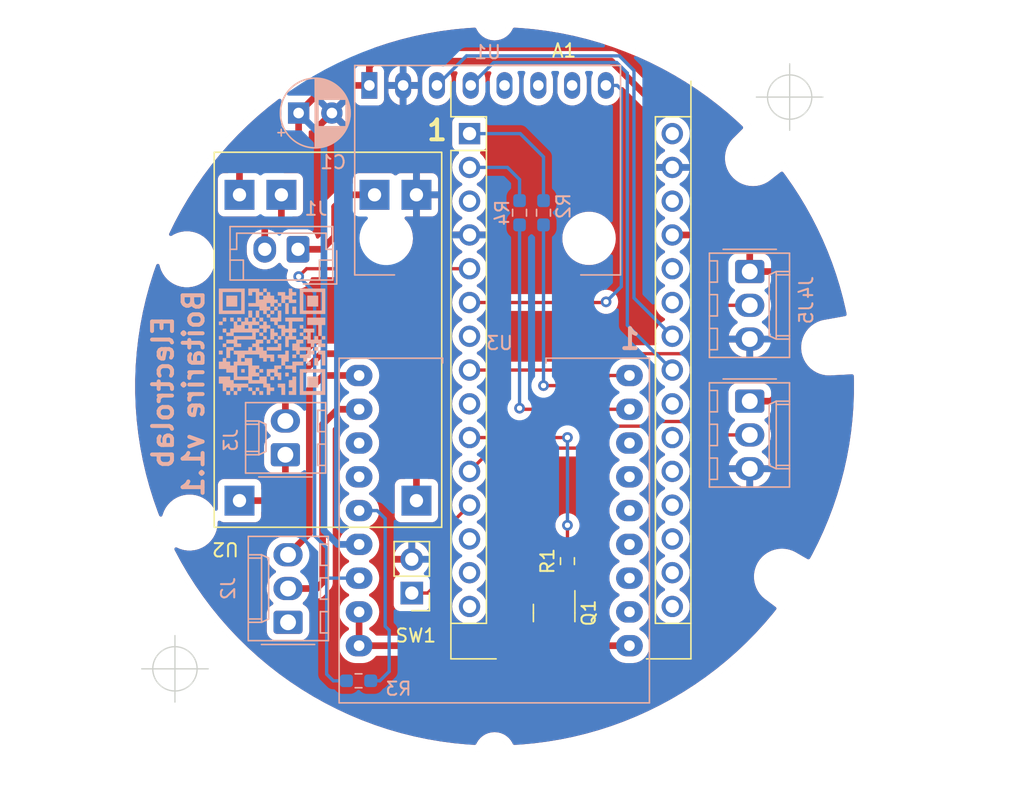
<source format=kicad_pcb>
(kicad_pcb (version 20210824) (generator pcbnew)

  (general
    (thickness 1.6)
  )

  (paper "A4")
  (layers
    (0 "F.Cu" signal)
    (31 "B.Cu" signal)
    (32 "B.Adhes" user "B.Adhesive")
    (33 "F.Adhes" user "F.Adhesive")
    (34 "B.Paste" user)
    (35 "F.Paste" user)
    (36 "B.SilkS" user "B.Silkscreen")
    (37 "F.SilkS" user "F.Silkscreen")
    (38 "B.Mask" user)
    (39 "F.Mask" user)
    (40 "Dwgs.User" user "User.Drawings")
    (41 "Cmts.User" user "User.Comments")
    (42 "Eco1.User" user "User.Eco1")
    (43 "Eco2.User" user "User.Eco2")
    (44 "Edge.Cuts" user)
    (45 "Margin" user)
    (46 "B.CrtYd" user "B.Courtyard")
    (47 "F.CrtYd" user "F.Courtyard")
    (48 "B.Fab" user)
    (49 "F.Fab" user)
    (50 "User.1" user)
    (51 "User.2" user)
    (52 "User.3" user)
    (53 "User.4" user)
    (54 "User.5" user)
    (55 "User.6" user)
    (56 "User.7" user)
    (57 "User.8" user)
    (58 "User.9" user)
  )

  (setup
    (stackup
      (layer "F.SilkS" (type "Top Silk Screen"))
      (layer "F.Paste" (type "Top Solder Paste"))
      (layer "F.Mask" (type "Top Solder Mask") (color "Green") (thickness 0.01))
      (layer "F.Cu" (type "copper") (thickness 0.035))
      (layer "dielectric 1" (type "core") (thickness 1.51) (material "FR4") (epsilon_r 4.5) (loss_tangent 0.02))
      (layer "B.Cu" (type "copper") (thickness 0.035))
      (layer "B.Mask" (type "Bottom Solder Mask") (color "Green") (thickness 0.01))
      (layer "B.Paste" (type "Bottom Solder Paste"))
      (layer "B.SilkS" (type "Bottom Silk Screen"))
      (copper_finish "None")
      (dielectric_constraints no)
    )
    (pad_to_mask_clearance 0)
    (pcbplotparams
      (layerselection 0x00010f0_ffffffff)
      (disableapertmacros false)
      (usegerberextensions false)
      (usegerberattributes true)
      (usegerberadvancedattributes true)
      (creategerberjobfile true)
      (svguseinch false)
      (svgprecision 6)
      (excludeedgelayer true)
      (plotframeref false)
      (viasonmask false)
      (mode 1)
      (useauxorigin false)
      (hpglpennumber 1)
      (hpglpenspeed 20)
      (hpglpendiameter 15.000000)
      (dxfpolygonmode true)
      (dxfimperialunits true)
      (dxfusepcbnewfont true)
      (psnegative false)
      (psa4output false)
      (plotreference true)
      (plotvalue true)
      (plotinvisibletext false)
      (sketchpadsonfab false)
      (subtractmaskfromsilk false)
      (outputformat 1)
      (mirror false)
      (drillshape 0)
      (scaleselection 1)
      (outputdirectory "export/")
    )
  )

  (net 0 "")
  (net 1 "Net-(A1-Pad1)")
  (net 2 "Net-(A1-Pad2)")
  (net 3 "GND")
  (net 4 "/BUSY")
  (net 5 "/INT")
  (net 6 "/TX")
  (net 7 "/SDA")
  (net 8 "/CAP_SENSOR_2")
  (net 9 "/SCL")
  (net 10 "/RX")
  (net 11 "/GND_AUDIO_SW")
  (net 12 "/CAP_SENSOR_1")
  (net 13 "VCC")
  (net 14 "/SENSOR_POSITION")
  (net 15 "-BATT")
  (net 16 "+BATT")
  (net 17 "/SP-")
  (net 18 "/SP+")
  (net 19 "+5V")
  (net 20 "GNDPWR")
  (net 21 "/GND_AUDIO")
  (net 22 "Net-(Q1-Pad1)")
  (net 23 "Net-(R3-Pad2)")
  (net 24 "unconnected-(A1-Pad3)")
  (net 25 "unconnected-(A1-Pad13)")
  (net 26 "unconnected-(A1-Pad14)")
  (net 27 "unconnected-(A1-Pad15)")
  (net 28 "unconnected-(A1-Pad16)")
  (net 29 "unconnected-(A1-Pad17)")
  (net 30 "unconnected-(A1-Pad18)")
  (net 31 "unconnected-(A1-Pad22)")
  (net 32 "unconnected-(A1-Pad25)")
  (net 33 "unconnected-(A1-Pad26)")
  (net 34 "unconnected-(A1-Pad28)")
  (net 35 "unconnected-(A1-Pad30)")
  (net 36 "unconnected-(J2-Pad1)")
  (net 37 "unconnected-(U1-Pad5)")
  (net 38 "unconnected-(U1-Pad6)")
  (net 39 "unconnected-(U1-Pad7)")
  (net 40 "unconnected-(U3-Pad3)")
  (net 41 "unconnected-(U3-Pad4)")
  (net 42 "unconnected-(U3-Pad5)")
  (net 43 "unconnected-(U3-Pad6)")
  (net 44 "unconnected-(U3-Pad7)")
  (net 45 "unconnected-(U3-Pad8)")
  (net 46 "unconnected-(U3-Pad15)")
  (net 47 "unconnected-(U3-Pad16)")
  (net 48 "unconnected-(A1-Pad19)")
  (net 49 "unconnected-(A1-Pad20)")
  (net 50 "unconnected-(A1-Pad21)")
  (net 51 "unconnected-(A1-Pad7)")
  (net 52 "unconnected-(A1-Pad9)")

  (footprint "boitarire_lib:HW-107" (layer "F.Cu") (at 151.5 65 180))

  (footprint "MountingHole:MountingHole_3.2mm_M3" (layer "F.Cu") (at 141.1 79))

  (footprint "Resistor_SMD:R_0603_1608Metric_Pad0.98x0.95mm_HandSolder" (layer "F.Cu") (at 169.5 81.9 -90))

  (footprint "Package_TO_SOT_SMD:SOT-23" (layer "F.Cu") (at 168.5 85.8 -90))

  (footprint "Connector_PinHeader_2.54mm:PinHeader_1x02_P2.54mm_Vertical" (layer "F.Cu") (at 157.8 84.3 180))

  (footprint "MountingHole:MountingHole_3.2mm_M3" (layer "F.Cu") (at 140.9 59.2))

  (footprint "Module:Arduino_Nano" (layer "F.Cu") (at 162.14 49.75))

  (footprint "boitarire_lib:GY-521" (layer "B.Cu") (at 163.5 46.125))

  (footprint "boitarire_lib:R_0603_1608Metric_Pad0.98x0.95mm_HandSolder" (layer "B.Cu") (at 153.8 90.9))

  (footprint "Connector_Molex:Molex_KK-254_AE-6410-03A_1x03_P2.54mm_Vertical" (layer "B.Cu") (at 183.2 69.87 -90))

  (footprint "Connector_Molex:Molex_KK-254_AE-6410-02A_1x02_P2.54mm_Vertical" (layer "B.Cu") (at 148.3 73.9 90))

  (footprint "Resistor_SMD:R_0603_1608Metric_Pad0.98x0.95mm_HandSolder" (layer "B.Cu") (at 165.9 55.7 90))

  (footprint "Connector_JST:JST_EH_B2B-EH-A_1x02_P2.50mm_Vertical" (layer "B.Cu") (at 149.25 58.45 180))

  (footprint "Connector_Molex:Molex_KK-254_AE-6410-03A_1x03_P2.54mm_Vertical" (layer "B.Cu") (at 148.5 86.5 90))

  (footprint "Connector_Molex:Molex_KK-254_AE-6410-03A_1x03_P2.54mm_Vertical" (layer "B.Cu") (at 183.2 60.12 -90))

  (footprint "Resistor_SMD:R_0603_1608Metric_Pad0.98x0.95mm_HandSolder" (layer "B.Cu") (at 167.7 55.7 90))

  (footprint "Capacitor_THT:CP_Radial_D5.0mm_P2.50mm" (layer "B.Cu") (at 149.294888 48.2))

  (footprint "boitarire_lib:DY-SV17F" (layer "B.Cu") (at 164 78.1 -90))

  (footprint "boitarire_lib:qr-code" (layer "B.Cu") (at 147.3 65.4 180))

  (gr_arc (start 164.0209 68.750001) (end 191.10244 63.852031) (angle -27.6648) (layer "Edge.Cuts") (width 0.00031) (tstamp 0771535b-5e86-4820-a6e9-12e0016d9075))
  (gr_arc (start 164.0209 68.750001) (end 187.854698 82.51045) (angle -33) (layer "Edge.Cuts") (width 0.00031) (tstamp 0c9379ea-c660-497b-a63d-914c7c3edee0))
  (gr_arc (start 164.0209 96.270901) (end 165.021494 96.252705) (angle -177.9162) (layer "Edge.Cuts") (width 0.00031) (tstamp 3224ca41-21c1-43e1-9fdd-31ee0670b277))
  (gr_line (start 189.254863 67.427547) (end 191.504071 67.309668) (layer "Edge.Cuts") (width 0.00031) (tstamp 36124aea-a0f0-4a18-a1d3-eb3d7aa0deea))
  (gr_arc (start 164.0209 68.750001) (end 163.020305 41.247297) (angle -175.8328) (layer "Edge.Cuts") (width 0.00031) (tstamp 395de218-b1e2-4bfb-a2b8-e4eaa5460b5a))
  (gr_line (start 187.854699 82.510451) (end 186.425114 81.685124) (layer "Edge.Cuts") (width 0.00031) (tstamp 396d5c09-c203-4f99-81ca-2ef2a4db8c95))
  (gr_arc (start 164.0209 41.229101) (end 163.020306 41.247301) (angle -177.9162) (layer "Edge.Cuts") (width 0.00031) (tstamp 42bb9491-1967-4af9-be51-e73edb8e701c))
  (gr_line (start 185.975873 85.344503) (end 184.659073 84.349147) (layer "Edge.Cuts") (width 0.00031) (tstamp 5315bde5-6382-4849-bdc8-6c92071d596d))
  (gr_arc (start 183.446151 51.589269) (end 182.313921 50.457039) (angle -172.9165) (layer "Edge.Cuts") (width 0.00031) (tstamp 6ec839df-198a-41d7-9889-ee4857330a6d))
  (gr_line (start 185.732388 51.838058) (end 184.430099 52.852429) (layer "Edge.Cuts") (width 0.00031) (tstamp 77c7fcbe-b62f-4cf2-88b4-ea755ad1d9e1))
  (gr_arc (start 189.170999 65.828523) (end 188.886018 64.252871) (angle -172.748) (layer "Edge.Cuts") (width 0.00031) (tstamp 82c68b7e-f877-4350-a173-5c449792fff7))
  (gr_arc (start 164.0209 68.750001) (end 183.481115 49.289786) (angle -42.9164) (layer "Edge.Cuts") (width 0.00031) (tstamp a4db611b-69a8-42c2-ae0d-0ec9a6aaee95))
  (gr_line (start 182.313892 50.457009) (end 183.481078 49.289823) (layer "Edge.Cuts") (width 0.00031) (tstamp bda276b9-5982-457c-b67e-1e157359b412))
  (gr_line (start 188.886083 64.252876) (end 191.102466 63.852012) (layer "Edge.Cuts") (width 0.00031) (tstamp c5770c9c-f953-4ae1-b872-33b9a0d2ae8d))
  (gr_arc (start 164.0209 68.750001) (end 165.021495 96.252705) (angle -50.8329) (layer "Edge.Cuts") (width 0.00031) (tstamp d5d2f683-6a06-4d29-ac46-041cfd766c19))
  (gr_arc (start 185.624506 83.071777) (end 186.425114 81.685083) (angle -172.916) (layer "Edge.Cuts") (width 0.00031) (tstamp fc114ddc-b8c4-4547-b7eb-a5e5101ba8a8))
  (gr_text "Electrolab" (at 139.1 69.2 90) (layer "B.SilkS") (tstamp 278fe4ee-820f-43c7-98d8-16da8c7b9a48)
    (effects (font (size 1.5 1.5) (thickness 0.3)) (justify mirror))
  )
  (gr_text "Boitarire v1.1" (at 141.4 69.3 -270) (layer "B.SilkS") (tstamp a0e2e1b1-52e3-4bf3-8b1e-c60b62b615be)
    (effects (font (size 1.5 1.5) (thickness 0.3)) (justify mirror))
  )
  (gr_text "1" (at 174.2 65.2) (layer "B.SilkS") (tstamp fa3c4bc7-1015-4b1b-bfd2-e89f8f335cbb)
    (effects (font (size 1.5 1.5) (thickness 0.3)) (justify mirror))
  )
  (gr_text "1" (at 159.7 49.5) (layer "F.SilkS") (tstamp a810a7e3-2f16-4c1e-b37b-acbeb2e8cd0f)
    (effects (font (size 1.5 1.5) (thickness 0.3)))
  )
  (target plus (at 140 90) (size 5) (width 0.1) (layer "Edge.Cuts") (tstamp 12a6ff18-ef07-4184-98f8-a6131c79a104))
  (target plus (at 186.2 47) (size 5) (width 0.1) (layer "Edge.Cuts") (tstamp fcc94c36-f8aa-4750-9604-8a5e81a9d9cf))

  (segment (start 167.7 51.5) (end 167.7 54.7875) (width 0.25) (layer "B.Cu") (net 1) (tstamp 967df801-8baf-48fa-b56e-d57c5d411517))
  (segment (start 162.14 49.75) (end 165.95 49.75) (width 0.25) (layer "B.Cu") (net 1) (tstamp a4849fae-d6f5-4f08-8b9d-926b6dab5408))
  (segment (start 165.95 49.75) (end 167.7 51.5) (width 0.25) (layer "B.Cu") (net 1) (tstamp e428bd60-4d33-4891-ba5c-b487902305b8))
  (segment (start 165.9 53.2) (end 165.9 54.7875) (width 0.25) (layer "B.Cu") (net 2) (tstamp 0f4c494e-1079-4a89-a528-8ebde33019ca))
  (segment (start 162.14 52.29) (end 164.99 52.29) (width 0.25) (layer "B.Cu") (net 2) (tstamp b3f1044c-701a-4f3f-bc43-21b13c38098f))
  (segment (start 164.99 52.29) (end 165.9 53.2) (width 0.25) (layer "B.Cu") (net 2) (tstamp d931b462-5b5b-48ee-9e2a-26d7e5912807))
  (segment (start 149.89 59.91) (end 162.14 59.91) (width 0.25) (layer "F.Cu") (net 4) (tstamp 14315820-97a3-48a1-b534-2f1653b11d23))
  (segment (start 149.3 60.5) (end 149.89 59.91) (width 0.25) (layer "F.Cu") (net 4) (tstamp 87e9e40a-5e58-45d0-ae56-d885c312a2de))
  (via (at 149.3 60.5) (size 0.8) (drill 0.4) (layers "F.Cu" "B.Cu") (net 4) (tstamp 30a69de2-738d-42d8-b265-dc90dff56564))
  (segment (start 151.4 90.4) (end 151.4 83.8) (width 0.25) (layer "B.Cu") (net 4) (tstamp 09a14385-977b-4c2c-86dd-2083a11af73f))
  (segment (start 153.84 83.18) (end 151.42 83.18) (width 0.25) (layer "B.Cu") (net 4) (tstamp 145f89d4-8b39-47ae-9dba-cc05b4016465))
  (segment (start 151.4 83.8) (end 151.4 83.2) (width 0.25) (layer "B.Cu") (net 4) (tstamp 2673918a-ed23-4948-adab-bd775b66166b))
  (segment (start 151.42 83.18) (end 151.4 83.2) (width 0.25) (layer "B.Cu") (net 4) (tstamp 26efee6e-9dc2-414e-880f-c9c57c8de0d4))
  (segment (start 151.4 80.9) (end 150.5 80) (width 0.25) (layer "B.Cu") (net 4) (tstamp 31481262-67f2-40da-9a6e-f37f26f06965))
  (segment (start 151.9 90.9) (end 151.4 90.4) (width 0.25) (layer "B.Cu") (net 4) (tstamp 3559e708-7e33-4e0f-8255-5318a49aa8b7))
  (segment (start 152.8875 90.9) (end 151.9 90.9) (width 0.25) (layer "B.Cu") (net 4) (tstamp 87fd6ab7-43c7-43e1-ac5d-0f3da82f67fb))
  (segment (start 151.4 83.2) (end 151.4 80.9) (width 0.25) (layer "B.Cu") (net 4) (tstamp a5fa7c6b-9532-44c4-9b46-1df7393962e5))
  (segment (start 150.5 80) (end 150.5 61.7) (width 0.25) (layer "B.Cu") (net 4) (tstamp ec3d6a15-d32c-4ce2-a6d0-d03868b3a20b))
  (segment (start 150.5 61.7) (end 149.3 60.5) (width 0.25) (layer "B.Cu") (net 4) (tstamp fbacc4e5-6191-4a98-8181-d2c87bee42a0))
  (segment (start 162.14 62.45) (end 172.35 62.45) (width 0.25) (layer "F.Cu") (net 5) (tstamp 22fd2b24-21de-4878-8255-16aa07fe74eb))
  (segment (start 172.35 62.45) (end 172.4 62.4) (width 0.25) (layer "F.Cu") (net 5) (tstamp ddcfe3ab-cb32-4cb1-b4d1-62b104aa3ab8))
  (via (at 172.4 62.4) (size 0.8) (drill 0.4) (layers "F.Cu" "B.Cu") (net 5) (tstamp 6d7428e0-4644-4a6c-b70e-3b7036a446cf))
  (segment (start 173.55048 46.43548) (end 173.55048 50.15048) (width 0.25) (layer "B.Cu") (net 5) (tstamp 02432c60-dbd4-4151-82b3-bfa4befd9f27))
  (segment (start 173.24 46.125) (end 173.55048 46.43548) (width 0.25) (layer "B.Cu") (net 5) (tstamp 34dfec69-59c1-4d88-aa2b-85659eb1c5b3))
  (segment (start 172.39 46.125) (end 173.24 46.125) (width 0.25) (layer "B.Cu") (net 5) (tstamp 8a6d696e-c30f-4ed0-9f63-8593c9b1cd3b))
  (segment (start 173.55048 61.24952) (end 173.55048 49.95048) (width 0.25) (layer "B.Cu") (net 5) (tstamp 9f54ea7b-2dbe-4c11-9124-318969171d49))
  (segment (start 172.4 62.4) (end 173.55048 61.24952) (width 0.25) (layer "B.Cu") (net 5) (tstamp b48e43c0-fe10-4d0c-9fca-545afa40fe7d))
  (segment (start 171.9 68.7) (end 167.7 68.7) (width 0.25) (layer "F.Cu") (net 6) (tstamp 14b01da1-8f11-47e6-8ed9-9fb8822abbc6))
  (segment (start 174.16 67.94) (end 172.66 67.94) (width 0.25) (layer "F.Cu") (net 6) (tstamp 53ea5240-fa24-4753-9134-e74260346782))
  (segment (start 172.66 67.94) (end 172.4 68.2) (width 0.25) (layer "F.Cu") (net 6) (tstamp 5d6b9586-ca7e-4037-972b-a096dd01d04c))
  (segment (start 172.4 68.2) (end 171.9 68.7) (width 0.25) (layer "F.Cu") (net 6) (tstamp f909a326-ccb7-4ca7-9b53-8a1c03d62691))
  (via (at 167.7 68.7) (size 0.8) (drill 0.4) (layers "F.Cu" "B.Cu") (net 6) (tstamp 61459af5-f3e9-4037-b345-02d80b3c1ed7))
  (segment (start 167.7 68.7) (end 167.7 56.6125) (width 0.25) (layer "B.Cu") (net 6) (tstamp c0f095cf-9cc4-4ac3-9a67-4b7610a9900f))
  (segment (start 177.38 67.53) (end 174 64.15) (width 0.25) (layer "B.Cu") (net 7) (tstamp a367b837-9c05-48ef-9036-2c934e8deefd))
  (segment (start 174 64.15) (end 174 45.2) (width 0.25) (layer "B.Cu") (net 7) (tstamp ddad0104-21f0-4e29-85af-4414e34a82dd))
  (segment (start 174 45.2) (end 173.2 44.4) (width 0.25) (layer "B.Cu") (net 7) (tstamp e93177f5-2dce-43e7-a9f2-ec3a958e5ca0))
  (segment (start 163.955 44.4) (end 162.23 46.125) (width 0.25) (layer "B.Cu") (net 7) (tstamp ecdcc377-428c-4024-acaa-bf5f481f5e8e))
  (segment (start 173.2 44.4) (end 163.955 44.4) (width 0.25) (layer "B.Cu") (net 7) (tstamp f051b5f5-8497-4588-93d8-7244b316bcbf))
  (segment (start 171.17 67.53) (end 162.14 67.53) (width 0.25) (layer "F.Cu") (net 8) (tstamp 0e939dcd-972c-4c21-b789-af022399f0da))
  (segment (start 179.5 65.5) (end 178.7 66.3) (width 0.25) (layer "F.Cu") (net 8) (tstamp 4314e1d9-fafd-4c92-b6f2-b9fbf97902a4))
  (segment (start 172.4 66.3) (end 171.17 67.53) (width 0.25) (layer "F.Cu") (net 8) (tstamp 827a5407-8fb8-4a38-8048-376d7246c5cf))
  (segment (start 179.5 64.5) (end 179.5 65.5) (width 0.25) (layer "F.Cu") (net 8) (tstamp a0f61e78-77ef-4bc6-a9b9-922ad463ebc3))
  (segment (start 178.7 66.3) (end 172.4 66.3) (width 0.25) (layer "F.Cu") (net 8) (tstamp aef363d2-3145-4893-9c5d-78c4d33ede7f))
  (segment (start 181.34 62.66) (end 179.5 64.5) (width 0.25) (layer "F.Cu") (net 8) (tstamp c9f316e6-5ed4-42e2-b1ac-7360b7c8c59e))
  (segment (start 183.2 62.66) (end 181.34 62.66) (width 0.25) (layer "F.Cu") (net 8) (tstamp de5491b3-a195-42a0-9946-4604b746e07c))
  (segment (start 174.5 45) (end 173.4 43.9) (width 0.25) (layer "B.Cu") (net 9) (tstamp 099b495b-eb72-4208-b491-c50c4f449fd0))
  (segment (start 173.4 43.9) (end 161.915 43.9) (width 0.25) (layer "B.Cu") (net 9) (tstamp b67a5d25-290a-4252-a9b7-e682b39b21e1))
  (segment (start 177.38 64.99) (end 174.5 62.11) (width 0.25) (layer "B.Cu") (net 9) (tstamp d9a2b80c-dc5f-4760-b55e-fe911d45dbf5))
  (segment (start 161.915 43.9) (end 159.69 46.125) (width 0.25) (layer "B.Cu") (net 9) (tstamp e8848ca5-e769-4140-a08b-05e6d9c77e7d))
  (segment (start 174.5 62.11) (end 174.5 45) (width 0.25) (layer "B.Cu") (net 9) (tstamp f4017f14-3c64-40a7-987f-82c58b56e986))
  (segment (start 174.16 70.48) (end 165.98 70.48) (width 0.25) (layer "F.Cu") (net 10) (tstamp aa5c35d8-27c4-4c43-bb09-33fd5e91f066))
  (segment (start 165.98 70.48) (end 165.9 70.4) (width 0.25) (layer "F.Cu") (net 10) (tstamp deb17198-0f88-4b35-9e22-976be47ad88a))
  (via (at 165.9 70.4) (size 0.8) (drill 0.4) (layers "F.Cu" "B.Cu") (net 10) (tstamp 3d38fb46-ec66-49fe-a4b2-133c0b862399))
  (segment (start 165.9 70.4) (end 165.9 56.6125) (width 0.25) (layer "B.Cu") (net 10) (tstamp d5502003-4ecc-4c14-953e-d9b9ec0c05fe))
  (segment (start 169.5 72.6) (end 169.49 72.61) (width 0.25) (layer "F.Cu") (net 11) (tstamp 5a820ba6-f83e-4c0b-bf20-5ed1ac518fdf))
  (segment (start 169.5 80.9875) (end 169.5 79.2) (width 0.25) (layer "F.Cu") (net 11) (tstamp 5cdf6703-38b5-4053-aeec-107fdaee834e))
  (segment (start 169.49 72.61) (end 162.14 72.61) (width 0.25) (layer "F.Cu") (net 11) (tstamp f07b9308-7c76-4193-9723-f96106b5e322))
  (via (at 169.5 72.6) (size 0.8) (drill 0.4) (layers "F.Cu" "B.Cu") (net 11) (tstamp 5b82197d-ce76-4700-881f-e10b27038d28))
  (via (at 169.5 79.2) (size 0.8) (drill 0.4) (layers "F.Cu" "B.Cu") (net 11) (tstamp 6246c030-44cb-431e-a78b-a1b57047f127))
  (segment (start 169.5 79.2) (end 169.5 72.6) (width 0.25) (layer "B.Cu") (net 11) (tstamp 1ccffebf-d8c0-48c4-b167-8e5a36bc9f41))
  (segment (start 175.65 71.75) (end 176 71.4) (width 0.25) (layer "F.Cu") (net 12) (tstamp 16567fe0-7fae-4da8-a3cf-e6b0e4275556))
  (segment (start 176 71.4) (end 178.6 71.4) (width 0.25) (layer "F.Cu") (net 12) (tstamp 3d5d8ac0-d476-4f14-824e-2f7001dbc8e6))
  (segment (start 179.61 72.41) (end 183.2 72.41) (width 0.25) (layer "F.Cu") (net 12) (tstamp 57406802-b4fa-4790-b6ab-60c540fe164a))
  (segment (start 162.14 75.15) (end 163.89 73.4) (width 0.25) (layer "F.Cu") (net 12) (tstamp 98a9f7a5-eae9-44c3-8692-a72595c86c85))
  (segment (start 163.89 73.4) (end 170.9 73.4) (width 0.25) (layer "F.Cu") (net 12) (tstamp ae92b1b1-d2b5-41b3-bb3b-41a4cfa09d28))
  (segment (start 170.9 73.4) (end 172.55 71.75) (width 0.25) (layer "F.Cu") (net 12) (tstamp df6353d0-2c9c-4788-8540-9149be3f1eec))
  (segment (start 178.6 71.4) (end 179.61 72.41) (width 0.25) (layer "F.Cu") (net 12) (tstamp e9582ee5-ac43-4f70-b2f5-f954d6ece849))
  (segment (start 172.55 71.75) (end 175.65 71.75) (width 0.25) (layer "F.Cu") (net 12) (tstamp f01d2884-7dc8-40d7-81da-463742338702))
  (segment (start 145.4 51.8) (end 147.8 51.8) (width 0.5) (layer "F.Cu") (net 13) (tstamp 03314621-13f4-4b01-8f52-61e628a96994))
  (segment (start 184.85 60.12) (end 185.45 60.72) (width 0.5) (layer "F.Cu") (net 13) (tstamp 0c38b0a7-23e3-4999-8647-a14c6f4ff586))
  (segment (start 176 47.5) (end 177.5 47.5) (width 0.5) (layer "F.Cu") (net 13) (tstamp 0edb1bef-bd3f-4a0d-873c-485add941b82))
  (segment (start 184.8 69.87) (end 183.2 69.87) (width 0.5) (layer "F.Cu") (net 13) (tstamp 1a2b3af2-7f55-4754-bc30-b0fd4fa3b935))
  (segment (start 154.61 44.69) (end 155 44.3) (width 0.5) (layer "F.Cu") (net 13) (tstamp 1baf5a51-4932-4768-961e-9f7f2cf220f4))
  (segment (start 185.45 60.72) (end 185.45 69.22) (width 0.5) (layer "F.Cu") (net 13) (tstamp 2f822527-5c24-45fe-9b64-f0d1f1526cf1))
  (segment (start 179.57 57.37) (end 182.27 57.37) (width 0.5) (layer "F.Cu") (net 13) (tstamp 40be339c-091a-43a4-8ba9-2c6e2f07ad9b))
  (segment (start 149.294888 50.305112) (end 149.294888 48.2) (width 0.5) (layer "F.Cu") (net 13) (tstamp 4ddd1a38-27b5-48d2-baf1-c09c33d65ce1))
  (segment (start 179.5 49.5) (end 179.5 57.3) (width 0.5) (layer "F.Cu") (net 13) (tstamp 4f83a436-1375-4086-91a4-e5930e19c2d6))
  (segment (start 155 44.3) (end 172.8 44.3) (width 0.5) (layer "F.Cu") (net 13) (tstamp 5dd8707d-a541-415b-972e-7d89250a0a95))
  (segment (start 144.85 52.35) (end 145.4 51.8) (width 0.5) (layer "F.Cu") (net 13) (tstamp 5e91fa76-7488-4731-b87f-0562a3ef6b10))
  (segment (start 172.8 44.3) (end 176 47.5) (width 0.5) (layer "F.Cu") (net 13) (tstamp 632a0cd3-1392-4961-a78f-2defff7422d5))
  (segment (start 179.5 57.3) (end 179.57 57.37) (width 0.5) (layer "F.Cu") (net 13) (tstamp 81aada5c-1893-4598-97dc-6942e7286d5b))
  (segment (start 182.27 57.37) (end 183.2 58.3) (width 0.5) (layer "F.Cu") (net 13) (tstamp 8558b0cb-6e8c-47c0-ab9d-4e76ce784c45))
  (segment (start 185.45 69.22) (end 184.8 69.87) (width 0.5) (layer "F.Cu") (net 13) (tstamp 93a9cbe3-00c6-4e41-bf42-9f1dd5b43448))
  (segment (start 151.369888 46.125) (end 154.61 46.125) (width 0.5) (layer "F.Cu") (net 13) (tstamp 980556e2-24dc-4a9b-a2f2-f2ea71ea80c7))
  (segment (start 177.5 47.5) (end 179.5 49.5) (width 0.5) (layer "F.Cu") (net 13) (tstamp a4c7405f-f435-41f9-9619-7efd72b9560c))
  (segment (start 147.8 51.8) (end 149.294888 50.305112) (width 0.5) (layer "F.Cu") (net 13) (tstamp a4c806de-8a9c-42a3-9438-757615483548))
  (segment (start 154.61 46.125) (end 154.61 44.69) (width 0.5) (layer "F.Cu") (net 13) (tstamp b87c0102-f9c4-4697-98ae-c6ed03e15182))
  (segment (start 183.2 58.3) (end 183.2 60.12) (width 0.5) (layer "F.Cu") (net 13) (tstamp c4ca90ef-2cba-4b28-b565-aead64754827))
  (segment (start 149.294888 48.2) (end 151.369888 46.125) (width 0.5) (layer "F.Cu") (net 13) (tstamp eb551737-c0be-4a52-9050-dd6eca533a94))
  (segment (start 177.38 57.37) (end 179.57 57.37) (width 0.5) (layer "F.Cu") (net 13) (tstamp ee91add1-754a-41d1-83a0-795e92e717cb))
  (segment (start 144.85 54.35) (end 144.85 52.35) (width 0.5) (layer "F.Cu") (net 13) (tstamp f0797df9-5811-4c41-adba-23ecbbd29032))
  (segment (start 183.2 60.12) (end 184.85 60.12) (width 0.5) (layer "F.Cu") (net 13) (tstamp f6d67d17-6217-4ea9-b169-1ac7c9b3aa33))
  (segment (start 149.294888 48.2) (end 151.2 50.105112) (width 0.5) (layer "B.Cu") (net 13) (tstamp 3078affb-1b6e-4015-b386-159afe19c38f))
  (segment (start 151.2 79.6) (end 152.24 80.64) (width 0.5) (layer "B.Cu") (net 13) (tstamp 84cf6172-44d4-4d06-8cdb-619a18d5fac8))
  (segment (start 153.84 80.64) (end 153.8 80.6) (width 0.5) (layer "B.Cu") (net 13) (tstamp 978d0698-5bdd-447e-8edb-eb3ebd3c065c))
  (segment (start 151.2 50.105112) (end 151.2 79.6) (width 0.5) (layer "B.Cu") (net 13) (tstamp c50d4476-86c1-4989-bbeb-bbc32a4c7b0d))
  (segment (start 152.24 80.64) (end 153.84 80.64) (width 0.5) (layer "B.Cu") (net 13) (tstamp e4e39729-c618-4287-8746-9889c9918374))
  (segment (start 159 84.3) (end 160 83.3) (width 0.25) (layer "F.Cu") (net 14) (tstamp 17d5ae6c-c610-4cb9-b709-e67c1a4f889c))
  (segment (start 157.8 84.3) (end 159 84.3) (width 0.25) (layer "F.Cu") (net 14) (tstamp 571fc358-5f81-4576-b3a4-820dd0f9fb5a))
  (segment (start 160 79.83) (end 162.14 77.69) (width 0.25) (layer "F.Cu") (net 14) (tstamp 7eda9b00-ece8-4aff-85f6-e1920232b834))
  (segment (start 160 83.3) (end 160 79.83) (width 0.25) (layer "F.Cu") (net 14) (tstamp 8c4e37ef-252c-4adc-b384-355408d832d1))
  (segment (start 152 55.25) (end 152.9 54.35) (width 0.5) (layer "F.Cu") (net 15) (tstamp 3305a80e-a4bf-4056-bc79-3e2bc38b369c))
  (segment (start 151.05 58.45) (end 152 57.5) (width 0.5) (layer "F.Cu") (net 15) (tstamp 3d375ff2-e0a6-4945-8542-d4826a73ff2c))
  (segment (start 152 57.5) (end 152 55.25) (width 0.5) (layer "F.Cu") (net 15) (tstamp ba84bd55-cdfe-4036-be9d-510986c16111))
  (segment (start 149.25 58.45) (end 151.05 58.45) (width 0.5) (layer "F.Cu") (net 15) (tstamp d079615e-89b7-48f9-8591-ebbec5435e49))
  (segment (start 152.9 54.35) (end 155 54.35) (width 0.5) (layer "F.Cu") (net 15) (tstamp ef5ffc1f-619a-474f-937a-3dbd8f8577d3))
  (segment (start 147.75 56.5) (end 147 56.5) (width 0.5) (layer "F.Cu") (net 16) (tstamp 10432fa2-2abd-44c7-a675-49a425a1caa0))
  (segment (start 146.75 56.75) (end 146.75 58.45) (width 0.5) (layer "F.Cu") (net 16) (tstamp 43ae0c46-b51f-4835-bb3e-be7b0fb465bc))
  (segment (start 148 56.25) (end 147.75 56.5) (width 0.5) (layer "F.Cu") (net 16) (tstamp 491df80a-a69f-48e8-8c6a-67d9129f61e6))
  (segment (start 147 56.5) (end 146.75 56.75) (width 0.5) (layer "F.Cu") (net 16) (tstamp cb1b24e7-bd2a-4889-9d2f-3ff6b0e9718f))
  (segment (start 148 54.35) (end 148 56.25) (width 0.5) (layer "F.Cu") (net 16) (tstamp f0058139-692f-48f4-abbe-8fb26cf7fe3b))
  (segment (start 148.5 83.96) (end 148.5 83.75) (width 0.5) (layer "F.Cu") (net 17) (tstamp 28e8f296-13eb-41cd-b56d-37a672c4682e))
  (segment (start 152.22 70.48) (end 151.1 71.6) (width 0.5) (layer "F.Cu") (net 17) (tstamp aefc3f75-8dd6-4c5c-91b8-b98b50ba82db))
  (segment (start 153.84 70.48) (end 152.22 70.48) (width 0.5) (layer "F.Cu") (net 17) (tstamp b377cb49-a8ce-4e04-9315-10151f5e117f))
  (segment (start 151.1 83.5) (end 150.64 83.96) (width 0.5) (layer "F.Cu") (net 17) (tstamp c03fb534-d059-42f2-acc2-51c45d567ee3))
  (segment (start 151.1 71.6) (end 151.1 83.5) (width 0.5) (layer "F.Cu") (net 17) (tstamp d3155e0d-dcc3-44a2-95ba-dd4c013bfce8))
  (segment (start 150.64 83.96) (end 148.5 83.96) (width 0.5) (layer "F.Cu") (net 17) (tstamp e1726180-867d-4948-a1c5-552956be8a17))
  (segment (start 150.1 79.82) (end 148.5 81.42) (width 0.5) (layer "F.Cu") (net 18) (tstamp 3fbaec16-ca50-4277-8251-71f3de7bfd86))
  (segment (start 153.84 67.94) (end 151.16 67.94) (width 0.5) (layer "F.Cu") (net 18) (tstamp 5e5fe53c-04fd-4d01-b667-a783c2673949))
  (segment (start 150.1 69) (end 150.1 79.82) (width 0.5) (layer "F.Cu") (net 18) (tstamp 74ed809e-6ce2-47cf-90cc-b4a6e44ddcbf))
  (segment (start 151.16 67.94) (end 150.1 69) (width 0.5) (layer "F.Cu") (net 18) (tstamp bbd5dd31-52c2-41f8-9546-85f5ac33e69f))
  (segment (start 147.45 77.35) (end 148.3 76.5) (width 0.5) (layer "F.Cu") (net 19) (tstamp 0d0ed9d8-5fc5-4aed-ac7b-8edea5bb8142))
  (segment (start 148.3 76.5) (end 148.3 73.9) (width 0.5) (layer "F.Cu") (net 19) (tstamp 2ea57edc-650e-4372-a12a-cc6e5b353be0))
  (segment (start 144.85 77.35) (end 147.45 77.35) (width 0.5) (layer "F.Cu") (net 19) (tstamp a86c37ec-4ca4-41b6-ac9e-c623b6a3a20f))
  (segment (start 148.3 69) (end 148.3 71.36) (width 0.5) (layer "F.Cu") (net 20) (tstamp 694e8386-8ff6-4294-a062-4349dd51ccd4))
  (segment (start 158.15 75.05) (end 156.4 73.3) (width 0.5) (layer "F.Cu") (net 20) (tstamp 73ca0110-ed59-4dd1-9b46-d3743998880e))
  (segment (start 156.4 73.3) (end 156.4 67.9) (width 0.5) (layer "F.Cu") (net 20) (tstamp 8857d9e8-352f-480d-9f77-4b4a0f219c62))
  (segment (start 158.15 77.35) (end 158.15 75.05) (width 0.5) (layer "F.Cu") (net 20) (tstamp 9a03c4cd-8a47-40de-bc1a-13feaf6c158f))
  (segment (start 151 66.3) (end 148.3 69) (width 0.5) (layer "F.Cu") (net 20) (tstamp bde9fc7d-5187-44aa-8a22-3ce3f21e5098))
  (segment (start 156.4 67.9) (end 154.8 66.3) (width 0.5) (layer "F.Cu") (net 20) (tstamp c4d75238-bcec-4919-8070-d3446cc1ff3c))
  (segment (start 154.8 66.3) (end 151 66.3) (width 0.5) (layer "F.Cu") (net 20) (tstamp f854dee5-04e0-47d3-a5b0-74366e17a154))
  (segment (start 168.34 88.26) (end 174.16 88.26) (width 0.5) (layer "F.Cu") (net 21) (tstamp 98321daf-0a35-45f1-adb7-d066ac4ed822))
  (segment (start 153.84 85.72) (end 153.84 88.26) (width 0.5) (layer "F.Cu") (net 21) (tstamp 9ab81dca-f370-4ab7-82ee-5f64efbd119a))
  (segment (start 168.5 86.7375) (end 168.5 88.1) (width 0.5) (layer "F.Cu") (net 21) (tstamp ac9ad792-855d-48bb-bc88-61351594cd5f))
  (segment (start 153.84 88.26) (end 168.34 88.26) (width 0.5) (layer "F.Cu") (net 21) (tstamp d2975426-5d8d-4b5a-9b12-fbfc91da41e8))
  (segment (start 168.5 88.1) (end 168.34 88.26) (width 0.5) (layer "F.Cu") (net 21) (tstamp f81b2f53-9462-48b8-ba6d-2e4ee0608d31))
  (segment (start 169.45 82.8625) (end 169.5 82.8125) (width 0.25) (layer "F.Cu") (net 22) (tstamp 434a4897-9cd6-4bc5-9bea-2c5f43ecd070))
  (segment (start 169.45 84.8625) (end 169.45 82.8625) (width 0.25) (layer "F.Cu") (net 22) (tstamp b8a5eabf-be3f-43c0-95a0-c67bc3eacfa5))
  (segment (start 155.4 90.9) (end 156.1 90.2) (width 0.25) (layer "B.Cu") (net 23) (tstamp 03139f55-6021-4d38-be4e-16eefe98dfe0))
  (segment (start 154.7125 90.9) (end 155.4 90.9) (width 0.25) (layer "B.Cu") (net 23) (tstamp 37ceebf9-a111-41db-b464-88a78e8a0495))
  (segment (start 156.1 90.2) (end 156.1 87.1) (width 0.25) (layer "B.Cu") (net 23) (tstamp 58dd4d03-4e47-4c25-add3-7e74b1f3809a))
  (segment (start 156.1 87.1) (end 155.8 86.8) (width 0.25) (layer "B.Cu") (net 23) (tstamp 82d8e29d-6344-4d05-b8c9-55fe5f8570d7))
  (segment (start 155.2 78.1) (end 153.84 78.1) (width 0.25) (layer "B.Cu") (net 23) (tstamp cddb1ce2-c419-406a-a27c-8d5d6c504966))
  (segment (start 155.8 86.8) (end 155.8 78.7) (width 0.25) (layer "B.Cu") (net 23) (tstamp e6240de9-fcec-42f4-af86-c17aec1a99a2))
  (segment (start 155.8 78.7) (end 155.2 78.1) (width 0.25) (layer "B.Cu") (net 23) (tstamp ff5f9ac2-1e16-4a63-9272-f3d179bd6522))

  (zone (net 3) (net_name "GND") (layers F&B.Cu) (tstamp ceaa5c83-8f08-4578-a67d-b0ca504b6221) (hatch edge 0.508)
    (priority 50)
    (connect_pads (clearance 0.508))
    (min_thickness 0.254) (filled_areas_thickness no)
    (fill yes (thermal_gap 0.508) (thermal_bridge_width 0.508))
    (polygon
      (pts
        (xy 200.1 100)
        (xy 130 100)
        (xy 130 40)
        (xy 200 39.7)
      )
    )
    (filled_polygon
      (layer "F.Cu")
      (pts
        (xy 165.515072 41.7832)
        (xy 166.010752 41.810535)
        (xy 166.015458 41.810883)
        (xy 167.01806 41.903933)
        (xy 167.022731 41.904455)
        (xy 168.021151 42.03498)
        (xy 168.025786 42.035675)
        (xy 169.018658 42.203499)
        (xy 169.023257 42.204365)
        (xy 169.756863 42.356819)
        (xy 170.009086 42.409235)
        (xy 170.013687 42.410281)
        (xy 170.991189 42.651927)
        (xy 170.995708 42.653135)
        (xy 171.30549 42.742147)
        (xy 171.963474 42.931212)
        (xy 171.967984 42.9326)
        (xy 172.924644 43.246713)
        (xy 172.929098 43.248269)
        (xy 173.873287 43.597967)
        (xy 173.877681 43.599688)
        (xy 174.113954 43.697405)
        (xy 174.808184 43.984523)
        (xy 174.812468 43.98639)
        (xy 175.472359 44.288716)
        (xy 175.72788 44.405782)
        (xy 175.732133 44.407827)
        (xy 176.631206 44.861206)
        (xy 176.635339 44.863388)
        (xy 177.45723 45.317214)
        (xy 177.516822 45.350119)
        (xy 177.520907 45.352476)
        (xy 178.383522 45.871856)
        (xy 178.387491 45.874349)
        (xy 178.522064 45.962404)
        (xy 179.230053 46.425664)
        (xy 179.233953 46.428321)
        (xy 179.672537 46.73936)
        (xy 180.046183 47.004345)
        (xy 180.0553 47.010811)
        (xy 180.059091 47.013609)
        (xy 180.833646 47.607722)
        (xy 180.858006 47.626407)
        (xy 180.861692 47.629345)
        (xy 180.871191 47.637213)
        (xy 181.637158 48.271676)
        (xy 181.640734 48.274754)
        (xy 182.391539 48.945609)
        (xy 182.394999 48.948818)
        (xy 182.663504 49.207451)
        (xy 182.698689 49.269115)
        (xy 182.694951 49.340013)
        (xy 182.665187 49.387294)
        (xy 181.992131 50.06035)
        (xy 181.976114 50.073897)
        (xy 181.959991 50.085377)
        (xy 181.956503 50.088781)
        (xy 181.954499 50.090736)
        (xy 181.954494 50.090742)
        (xy 181.951017 50.094135)
        (xy 181.948101 50.098026)
        (xy 181.947702 50.09848)
        (xy 181.94239 50.105029)
        (xy 181.768801 50.303035)
        (xy 181.766503 50.306478)
        (xy 181.617233 50.530105)
        (xy 181.61723 50.530111)
        (xy 181.61493 50.533556)
        (xy 181.6131 50.537274)
        (xy 181.613099 50.537276)
        (xy 181.503799 50.759357)
        (xy 181.492543 50.782227)
        (xy 181.491218 50.786145)
        (xy 181.491217 50.786147)
        (xy 181.411692 51.021275)
        (xy 181.403744 51.044774)
        (xy 181.35006 51.316683)
        (xy 181.349796 51.320819)
        (xy 181.349796 51.32082)
        (xy 181.348685 51.338232)
        (xy 181.332414 51.593277)
        (xy 181.332693 51.597404)
        (xy 181.332693 51.597407)
        (xy 181.339686 51.700842)
        (xy 181.351109 51.869803)
        (xy 181.351926 51.87386)
        (xy 181.402572 52.125356)
        (xy 181.405824 52.141506)
        (xy 181.407163 52.145415)
        (xy 181.407164 52.14542)
        (xy 181.493962 52.398878)
        (xy 181.495618 52.403714)
        (xy 181.497457 52.407414)
        (xy 181.497459 52.40742)
        (xy 181.604505 52.622854)
        (xy 181.618947 52.65192)
        (xy 181.621256 52.655352)
        (xy 181.621259 52.655356)
        (xy 181.708728 52.785326)
        (xy 181.773691 52.881855)
        (xy 181.776431 52.884957)
        (xy 181.776436 52.884963)
        (xy 181.866316 52.986703)
        (xy 181.95719 53.089568)
        (xy 182.166288 53.271485)
        (xy 182.207808 53.298972)
        (xy 182.393945 53.4222)
        (xy 182.393949 53.422202)
        (xy 182.397391 53.424481)
        (xy 182.401105 53.426291)
        (xy 182.401106 53.426292)
        (xy 182.407511 53.429414)
        (xy 182.646525 53.545924)
        (xy 182.650447 53.547234)
        (xy 182.650452 53.547236)
        (xy 182.877754 53.623155)
        (xy 182.909407 53.633727)
        (xy 183.011043 53.653393)
        (xy 183.177453 53.685593)
        (xy 183.177458 53.685594)
        (xy 183.181517 53.686379)
        (xy 183.185638 53.686626)
        (xy 183.185644 53.686627)
        (xy 183.310859 53.694138)
        (xy 183.458176 53.702976)
        (xy 183.462292 53.702682)
        (xy 183.462299 53.702682)
        (xy 183.7305 53.683527)
        (xy 183.730502 53.683527)
        (xy 183.734629 53.683232)
        (xy 184.006123 53.627487)
        (xy 184.198695 53.560723)
        (xy 184.264087 53.538052)
        (xy 184.26409 53.538051)
        (xy 184.267989 53.536699)
        (xy 184.271672 53.534852)
        (xy 184.271678 53.534849)
        (xy 184.512033 53.414281)
        (xy 184.515725 53.412429)
        (xy 184.519147 53.410107)
        (xy 184.519154 53.410103)
        (xy 184.718322 53.274964)
        (xy 184.729209 53.268354)
        (xy 184.735514 53.26495)
        (xy 184.745501 53.257365)
        (xy 184.765089 53.237034)
        (xy 184.778398 53.225054)
        (xy 184.844573 53.17351)
        (xy 185.19351 52.901718)
        (xy 185.53571 52.635174)
        (xy 185.601743 52.609094)
        (xy 185.671394 52.622854)
        (xy 185.71386 52.658875)
        (xy 185.887949 52.8905)
        (xy 185.889987 52.893212)
        (xy 185.89253 52.896721)
        (xy 186.08597 53.173469)
        (xy 186.423744 53.656714)
        (xy 186.426172 53.660318)
        (xy 186.930873 54.438194)
        (xy 186.933175 54.44188)
        (xy 187.169674 54.835475)
        (xy 187.37796 55.182115)
        (xy 187.410746 55.23668)
        (xy 187.412914 55.240433)
        (xy 187.553734 55.494227)
        (xy 187.862796 56.051234)
        (xy 187.864839 56.05507)
        (xy 188.286494 56.880898)
        (xy 188.288403 56.884801)
        (xy 188.681338 57.724692)
        (xy 188.683111 57.728659)
        (xy 189.046849 58.581592)
        (xy 189.048484 58.585618)
        (xy 189.096127 58.708959)
        (xy 189.38098 59.446402)
        (xy 189.382586 59.45056)
        (xy 189.384074 59.454617)
        (xy 189.683315 60.316635)
        (xy 189.688169 60.330618)
        (xy 189.689517 60.334729)
        (xy 189.961687 61.215716)
        (xy 189.963219 61.220674)
        (xy 189.964427 61.224836)
        (xy 190.182879 62.029326)
        (xy 190.207421 62.119706)
        (xy 190.208487 62.123919)
        (xy 190.218055 62.164662)
        (xy 190.40057 62.941852)
        (xy 190.420474 63.02661)
        (xy 190.42139 63.030839)
        (xy 190.476297 63.307128)
        (xy 190.47853 63.318367)
        (xy 190.47219 63.38908)
        (xy 190.428625 63.445139)
        (xy 190.377373 63.466914)
        (xy 189.378473 63.647578)
        (xy 188.848061 63.74351)
        (xy 188.827181 63.745513)
        (xy 188.81191 63.7457)
        (xy 188.811906 63.7457)
        (xy 188.807042 63.74576)
        (xy 188.802242 63.746568)
        (xy 188.802239 63.746568)
        (xy 188.79947 63.747034)
        (xy 188.799467 63.747035)
        (xy 188.794676 63.747841)
        (xy 188.790065 63.749375)
        (xy 188.789491 63.749518)
        (xy 188.781358 63.751881)
        (xy 188.696474 63.773057)
        (xy 188.526146 63.815548)
        (xy 188.268557 63.917109)
        (xy 188.026453 64.051469)
        (xy 188.02314 64.053924)
        (xy 188.023137 64.053926)
        (xy 187.935039 64.11921)
        (xy 187.803989 64.216323)
        (xy 187.801019 64.219196)
        (xy 187.801018 64.219197)
        (xy 187.767364 64.251754)
        (xy 187.604983 64.40884)
        (xy 187.602415 64.412075)
        (xy 187.60241 64.412081)
        (xy 187.572202 64.450142)
        (xy 187.432848 64.625719)
        (xy 187.290539 64.863237)
        (xy 187.180498 65.117319)
        (xy 187.179366 65.121291)
        (xy 187.179365 65.121294)
        (xy 187.146222 65.237596)
        (xy 187.104612 65.383605)
        (xy 187.078646 65.559543)
        (xy 187.065776 65.646749)
        (xy 187.064185 65.657526)
        (xy 187.064121 65.661648)
        (xy 187.064121 65.661652)
        (xy 187.062832 65.745109)
        (xy 187.059909 65.93438)
        (xy 187.067028 65.995663)
        (xy 187.090488 66.197613)
        (xy 187.091859 66.209418)
        (xy 187.092868 66.213423)
        (xy 187.092869 66.21343)
        (xy 187.10485 66.260999)
        (xy 187.159485 66.477921)
        (xy 187.261628 66.73528)
        (xy 187.263637 66.738881)
        (xy 187.263639 66.738885)
        (xy 187.38338 66.953502)
        (xy 187.396534 66.977079)
        (xy 187.56189 67.19917)
        (xy 187.754857 67.397741)
        (xy 187.972124 67.569386)
        (xy 188.209963 67.711158)
        (xy 188.213743 67.712785)
        (xy 188.213749 67.712788)
        (xy 188.364884 67.777838)
        (xy 188.464292 67.820625)
        (xy 188.468265 67.821748)
        (xy 188.468272 67.82175)
        (xy 188.726766 67.894784)
        (xy 188.726771 67.894785)
        (xy 188.730749 67.895909)
        (xy 188.734843 67.896504)
        (xy 188.734844 67.896504)
        (xy 189.000669 67.935124)
        (xy 189.000674 67.935124)
        (xy 189.00476 67.935718)
        (xy 189.008888 67.935772)
        (xy 189.008895 67.935773)
        (xy 189.24932 67.938942)
        (xy 189.262031 67.939754)
        (xy 189.26297 67.939862)
        (xy 189.264295 67.940014)
        (xy 189.264298 67.940014)
        (xy 189.26913 67.940569)
        (xy 189.273989 67.940374)
        (xy 189.27399 67.940374)
        (xy 189.275757 67.940303)
        (xy 189.28166 67.940066)
        (xy 189.308977 67.934682)
        (xy 189.326746 67.932477)
        (xy 190.886121 67.850751)
        (xy 190.955195 67.86716)
        (xy 191.004432 67.918309)
        (xy 191.018641 67.972249)
        (xy 191.030105 68.305762)
        (xy 191.030179 68.310297)
        (xy 191.029433 68.766113)
        (xy 191.028622 69.262469)
        (xy 191.028596 69.278094)
        (xy 191.028507 69.282613)
        (xy 191.019046 69.533891)
        (xy 190.992093 70.249746)
        (xy 190.991841 70.254274)
        (xy 190.920645 71.219461)
        (xy 190.92023 71.223978)
        (xy 190.815092 72.179178)
        (xy 190.814341 72.185997)
        (xy 190.813765 72.190476)
        (xy 190.763607 72.532474)
        (xy 190.673329 73.148013)
        (xy 190.672591 73.152488)
        (xy 190.497772 74.104416)
        (xy 190.496872 74.108861)
        (xy 190.409389 74.504494)
        (xy 190.315878 74.927391)
        (xy 190.287921 75.053822)
        (xy 190.286865 75.058222)
        (xy 190.197109 75.4045)
        (xy 190.044036 75.995059)
        (xy 190.04282 75.999428)
        (xy 189.766418 76.926971)
        (xy 189.765044 76.931293)
        (xy 189.455459 77.848227)
        (xy 189.453931 77.852497)
        (xy 189.358344 78.105211)
        (xy 189.147344 78.663056)
        (xy 189.111549 78.75769)
        (xy 189.109873 78.761894)
        (xy 188.992325 79.041785)
        (xy 188.735112 79.65423)
        (xy 188.733281 79.658379)
        (xy 188.555795 80.041725)
        (xy 188.363024 80.458087)
        (xy 188.326657 80.536634)
        (xy 188.324681 80.540706)
        (xy 188.043789 81.094225)
        (xy 187.88672 81.403741)
        (xy 187.884616 81.40771)
        (xy 187.722963 81.699716)
        (xy 187.672473 81.749623)
        (xy 187.603013 81.764312)
        (xy 187.549732 81.747808)
        (xy 187.482865 81.709204)
        (xy 187.196138 81.543671)
        (xy 186.725348 81.271874)
        (xy 186.708117 81.259909)
        (xy 186.696262 81.250119)
        (xy 186.69626 81.250117)
        (xy 186.692509 81.24702)
        (xy 186.681726 81.240618)
        (xy 186.677199 81.238803)
        (xy 186.676665 81.238539)
        (xy 186.668946 81.235095)
        (xy 186.64413 81.222862)
        (xy 186.432783 81.118679)
        (xy 186.35229 81.091398)
        (xy 186.174213 81.031042)
        (xy 186.174205 81.03104)
        (xy 186.170293 81.029714)
        (xy 185.89842 80.975858)
        (xy 185.894292 80.975592)
        (xy 185.894284 80.975591)
        (xy 185.625969 80.958303)
        (xy 185.625965 80.958303)
        (xy 185.621837 80.958037)
        (xy 185.3453 80.976556)
        (xy 185.341253 80.977368)
        (xy 185.341248 80.977369)
        (xy 185.22153 81.001399)
        (xy 185.073563 81.031099)
        (xy 185.069656 81.032434)
        (xy 185.069653 81.032435)
        (xy 184.81521 81.119389)
        (xy 184.815204 81.119391)
        (xy 184.811299 81.120726)
        (xy 184.807599 81.122562)
        (xy 184.807598 81.122562)
        (xy 184.566717 81.242061)
        (xy 184.566712 81.242064)
        (xy 184.563015 81.243898)
        (xy 184.332982 81.398495)
        (xy 184.329887 81.401226)
        (xy 184.329884 81.401228)
        (xy 184.148628 81.56115)
        (xy 184.125154 81.581861)
        (xy 183.943104 81.790843)
        (xy 183.940821 81.794286)
        (xy 183.94082 81.794288)
        (xy 183.792241 82.018408)
        (xy 183.792238 82.018414)
        (xy 183.789961 82.021848)
        (xy 183.78815 82.025558)
        (xy 183.788149 82.025559)
        (xy 183.678156 82.250841)
        (xy 183.66836 82.270904)
        (xy 183.667053 82.27481)
        (xy 183.667051 82.274814)
        (xy 183.620055 82.415222)
        (xy 183.58039 82.533729)
        (xy 183.527564 82.805805)
        (xy 183.527313 82.809939)
        (xy 183.527313 82.809942)
        (xy 183.52448 82.856674)
        (xy 183.510791 83.082453)
        (xy 183.511082 83.086564)
        (xy 183.511082 83.086567)
        (xy 183.512814 83.111042)
        (xy 183.530358 83.358918)
        (xy 183.531186 83.362963)
        (xy 183.531186 83.362964)
        (xy 183.585101 83.626398)
        (xy 183.585103 83.626405)
        (xy 183.58593 83.630446)
        (xy 183.67655 83.892369)
        (xy 183.678402 83.896067)
        (xy 183.714194 83.967533)
        (xy 183.800661 84.140184)
        (xy 183.956129 84.36963)
        (xy 183.958871 84.372714)
        (xy 183.958874 84.372718)
        (xy 184.038076 84.461803)
        (xy 184.140281 84.576762)
        (xy 184.3255 84.736881)
        (xy 184.334693 84.745678)
        (xy 184.339619 84.750894)
        (xy 184.349529 84.758577)
        (xy 184.37424 84.772237)
        (xy 184.389232 84.781977)
        (xy 185.154453 85.3604)
        (xy 185.196734 85.417433)
        (xy 185.201468 85.488272)
        (xy 185.177571 85.538734)
        (xy 185.079294 85.66388)
        (xy 184.955372 85.821682)
        (xy 184.952428 85.825291)
        (xy 184.925738 85.856807)
        (xy 184.310123 86.583729)
        (xy 184.307078 86.587193)
        (xy 183.679622 87.274861)
        (xy 183.637175 87.321381)
        (xy 183.633973 87.324763)
        (xy 182.937412 88.03367)
        (xy 182.934087 88.036932)
        (xy 182.211775 88.719639)
        (xy 182.208331 88.722775)
        (xy 181.4613 89.378303)
        (xy 181.457779 89.381279)
        (xy 180.687032 90.00875)
        (xy 180.683367 90.011623)
        (xy 180.219455 90.361603)
        (xy 179.889918 90.610209)
        (xy 179.886178 90.612923)
        (xy 179.071167 91.181761)
        (xy 179.067299 91.184355)
        (xy 178.231862 91.722657)
        (xy 178.227901 91.725107)
        (xy 177.373121 92.232176)
        (xy 177.369072 92.234478)
        (xy 176.496146 92.709604)
        (xy 176.492015 92.711755)
        (xy 175.602095 93.15431)
        (xy 175.597887 93.156306)
        (xy 174.909718 93.467359)
        (xy 174.69226 93.56565)
        (xy 174.68799 93.567486)
        (xy 173.76781 93.943098)
        (xy 173.763466 93.944778)
        (xy 172.830051 94.286117)
        (xy 172.825648 94.287635)
        (xy 172.376473 94.433311)
        (xy 171.880267 94.59424)
        (xy 171.875838 94.595587)
        (xy 171.408738 94.728211)
        (xy 170.919742 94.867052)
        (xy 170.915239 94.868241)
        (xy 169.949792 95.104177)
        (xy 169.945248 95.105199)
        (xy 169.599111 95.176344)
        (xy 168.971704 95.305301)
        (xy 168.967168 95.306146)
        (xy 168.134996 95.445355)
        (xy 167.986927 95.470124)
        (xy 167.98232 95.470808)
        (xy 166.996653 95.598451)
        (xy 166.992024 95.598963)
        (xy 166.597937 95.635249)
        (xy 166.002368 95.690086)
        (xy 165.997752 95.690426)
        (xy 165.515092 95.716926)
        (xy 165.445979 95.700688)
        (xy 165.396614 95.649662)
        (xy 165.392446 95.640916)
        (xy 165.362454 95.571214)
        (xy 165.36245 95.571206)
        (xy 165.360517 95.566714)
        (xy 165.235508 95.368029)
        (xy 165.08128 95.191064)
        (xy 165.077528 95.187912)
        (xy 164.905289 95.043226)
        (xy 164.905281 95.04322)
        (xy 164.901541 95.040078)
        (xy 164.873031 95.022856)
        (xy 164.704799 94.92123)
        (xy 164.704794 94.921228)
        (xy 164.700615 94.918703)
        (xy 164.483338 94.829859)
        (xy 164.259699 94.776812)
        (xy 164.259691 94.77681)
        (xy 164.25969 94.77681)
        (xy 164.254935 94.775682)
        (xy 164.250071 94.775304)
        (xy 164.250067 94.775303)
        (xy 164.025774 94.757856)
        (xy 164.020902 94.757477)
        (xy 164.01603 94.757856)
        (xy 163.791749 94.775301)
        (xy 163.791744 94.775302)
        (xy 163.786869 94.775681)
        (xy 163.558466 94.829857)
        (xy 163.341189 94.918701)
        (xy 163.33701 94.921226)
        (xy 163.337005 94.921228)
        (xy 163.337002 94.92123)
        (xy 163.140263 95.040076)
        (xy 163.136522 95.043219)
        (xy 163.13652 95.04322)
        (xy 163.063954 95.104177)
        (xy 162.960524 95.191061)
        (xy 162.957314 95.194744)
        (xy 162.957309 95.194749)
        (xy 162.86022 95.30615)
        (xy 162.806294 95.368025)
        (xy 162.681285 95.56671)
        (xy 162.67935 95.571207)
        (xy 162.649454 95.640687)
        (xy 162.604156 95.695355)
        (xy 162.536493 95.716854)
        (xy 162.52675 95.716692)
        (xy 162.465754 95.713315)
        (xy 162.019345 95.688599)
        (xy 162.014584 95.688245)
        (xy 161.000397 95.593451)
        (xy 160.995654 95.592917)
        (xy 160.422896 95.517405)
        (xy 159.985777 95.459775)
        (xy 159.981094 95.459068)
        (xy 158.976944 95.287762)
        (xy 158.972282 95.286876)
        (xy 158.500712 95.187912)
        (xy 157.975372 95.077664)
        (xy 157.97072 95.076595)
        (xy 157.338514 94.918701)
        (xy 156.982463 94.829777)
        (xy 156.977887 94.828541)
        (xy 155.999668 94.544461)
        (xy 155.995132 94.54305)
        (xy 155.028376 94.222119)
        (xy 155.023917 94.220544)
        (xy 154.069969 93.86321)
        (xy 154.065583 93.861471)
        (xy 153.125891 93.468276)
        (xy 153.121529 93.466352)
        (xy 152.197416 93.037848)
        (xy 152.193167 93.035779)
        (xy 151.285939 92.572576)
        (xy 151.281787 92.570356)
        (xy 150.392715 92.073098)
        (xy 150.388611 92.070699)
        (xy 149.519076 91.540161)
        (xy 149.515049 91.537598)
        (xy 148.666229 90.9745)
        (xy 148.662302 90.971786)
        (xy 148.159666 90.610198)
        (xy 147.83542 90.376941)
        (xy 147.831626 90.374101)
        (xy 147.027871 89.748363)
        (xy 147.02416 89.74536)
        (xy 146.423513 89.240067)
        (xy 146.244667 89.089614)
        (xy 146.241076 89.086474)
        (xy 146.054177 88.916749)
        (xy 145.486988 88.401678)
        (xy 145.483521 88.398407)
        (xy 145.342253 88.26)
        (xy 144.942391 87.868238)
        (xy 144.755949 87.685573)
        (xy 144.752603 87.682169)
        (xy 144.103743 86.996392)
        (xy 144.05251 86.942244)
        (xy 144.049298 86.938717)
        (xy 144.035273 86.922722)
        (xy 143.377753 86.172824)
        (xy 143.374707 86.169215)
        (xy 142.915607 85.603767)
        (xy 142.732632 85.378407)
        (xy 142.729694 85.374645)
        (xy 142.118061 84.560121)
        (xy 142.115267 84.55625)
        (xy 141.537303 83.722572)
        (xy 141.534903 83.719111)
        (xy 141.53226 83.715138)
        (xy 141.500434 83.665299)
        (xy 140.984048 82.856655)
        (xy 140.981566 82.852603)
        (xy 140.96827 82.829931)
        (xy 140.466242 81.973933)
        (xy 140.463906 81.96977)
        (xy 139.982254 81.072249)
        (xy 139.980098 81.068044)
        (xy 139.970372 81.048145)
        (xy 139.958428 80.978163)
        (xy 139.986216 80.912831)
        (xy 140.044915 80.872893)
        (xy 140.115887 80.87103)
        (xy 140.13542 80.877977)
        (xy 140.257118 80.932926)
        (xy 140.359406 80.979111)
        (xy 140.35941 80.979113)
        (xy 140.363318 80.980877)
        (xy 140.367437 80.982097)
        (xy 140.634857 81.061311)
        (xy 140.634862 81.061312)
        (xy 140.63897 81.062529)
        (xy 140.643204 81.063177)
        (xy 140.643209 81.063178)
        (xy 140.891811 81.101219)
        (xy 140.923153 81.106015)
        (xy 141.069485 81.108314)
        (xy 141.206317 81.110464)
        (xy 141.206323 81.110464)
        (xy 141.210608 81.110531)
        (xy 141.21486 81.110016)
        (xy 141.214868 81.110016)
        (xy 141.491756 81.076508)
        (xy 141.491761 81.076507)
        (xy 141.496017 81.075992)
        (xy 141.675483 81.02891)
        (xy 141.769954 81.004126)
        (xy 141.769955 81.004126)
        (xy 141.774097 81.003039)
        (xy 142.039704 80.893021)
        (xy 142.287922 80.747974)
        (xy 142.514159 80.570582)
        (xy 142.53191 80.552265)
        (xy 142.711244 80.367206)
        (xy 142.714227 80.364128)
        (xy 142.71676 80.36068)
        (xy 142.716764 80.360675)
        (xy 142.878781 80.140114)
        (xy 142.884425 80.132431)
        (xy 142.89919 80.105238)
        (xy 143.019554 79.883555)
        (xy 143.019555 79.883553)
        (xy 143.021604 79.879779)
        (xy 143.089012 79.701389)
        (xy 143.121707 79.614866)
        (xy 143.121708 79.614862)
        (xy 143.123225 79.610848)
        (xy 143.168442 79.413419)
        (xy 143.186449 79.334797)
        (xy 143.18645 79.334793)
        (xy 143.187407 79.330613)
        (xy 143.189897 79.302722)
        (xy 143.212743 79.046726)
        (xy 143.212743 79.046724)
        (xy 143.212963 79.04426)
        (xy 143.213427 79)
        (xy 143.212518 78.986668)
        (xy 143.22784 78.917345)
        (xy 143.278208 78.86731)
        (xy 143.347632 78.85245)
        (xy 143.413791 78.877272)
        (xy 143.478295 78.925615)
        (xy 143.614684 78.976745)
        (xy 143.676866 78.9835)
        (xy 146.023134 78.9835)
        (xy 146.085316 78.976745)
        (xy 146.221705 78.925615)
        (xy 146.338261 78.838261)
        (xy 146.425615 78.721705)
        (xy 146.476745 78.585316)
        (xy 146.4835 78.523134)
        (xy 146.4835 78.2345)
        (xy 146.503502 78.166379)
        (xy 146.557158 78.119886)
        (xy 146.6095 78.1085)
        (xy 147.38293 78.1085)
        (xy 147.40188 78.109933)
        (xy 147.416115 78.112099)
        (xy 147.416119 78.112099)
        (xy 147.423349 78.113199)
        (xy 147.430641 78.112606)
        (xy 147.430644 78.112606)
        (xy 147.476018 78.108915)
        (xy 147.486233 78.1085)
        (xy 147.494293 78.1085)
        (xy 147.507583 78.106951)
        (xy 147.522507 78.105211)
        (xy 147.526882 78.104778)
        (xy 147.592339 78.099454)
        (xy 147.592342 78.099453)
        (xy 147.599637 78.09886)
        (xy 147.606601 78.096604)
        (xy 147.61256 78.095413)
        (xy 147.618415 78.094029)
        (xy 147.625681 78.093182)
        (xy 147.694327 78.068265)
        (xy 147.698455 78.066848)
        (xy 147.760936 78.046607)
        (xy 147.760938 78.046606)
        (xy 147.767899 78.044351)
        (xy 147.774154 78.040555)
        (xy 147.779628 78.038049)
        (xy 147.785058 78.03533)
        (xy 147.791937 78.032833)
        (xy 147.798058 78.02882)
        (xy 147.852976 77.992814)
        (xy 147.85668 77.990477)
        (xy 147.919107 77.952595)
        (xy 147.927484 77.945197)
        (xy 147.927508 77.945224)
        (xy 147.9305 77.942571)
        (xy 147.933733 77.939868)
        (xy 147.939852 77.935856)
        (xy 147.993128 77.879617)
        (xy 147.995506 77.877175)
        (xy 148.788911 77.08377)
        (xy 148.803323 77.071384)
        (xy 148.814918 77.062851)
        (xy 148.814923 77.062846)
        (xy 148.820818 77.058508)
        (xy 148.825557 77.05293)
        (xy 148.82556 77.052927)
        (xy 148.855035 77.018232)
        (xy 148.861965 77.010716)
        (xy 148.867661 77.00502)
        (xy 148.869924 77.002159)
        (xy 148.869929 77.002154)
        (xy 148.885293 76.982734)
        (xy 148.888082 76.979333)
        (xy 148.930592 76.929296)
        (xy 148.930594 76.929294)
        (xy 148.935333 76.923715)
        (xy 148.938662 76.917195)
        (xy 148.942028 76.912148)
        (xy 148.945193 76.907024)
        (xy 148.949735 76.901283)
        (xy 148.953675 76.892854)
        (xy 148.980634 76.83517)
        (xy 148.982565 76.831218)
        (xy 149.012442 76.772708)
        (xy 149.012443 76.772706)
        (xy 149.015769 76.766192)
        (xy 149.017508 76.759086)
        (xy 149.019609 76.753436)
        (xy 149.021524 76.747679)
        (xy 149.024622 76.74105)
        (xy 149.039491 76.669565)
        (xy 149.040461 76.665282)
        (xy 149.056473 76.599844)
        (xy 149.057808 76.59439)
        (xy 149.0585 76.583236)
        (xy 149.058535 76.583238)
        (xy 149.058775 76.579266)
        (xy 149.059152 76.575045)
        (xy 149.060641 76.567885)
        (xy 149.058546 76.490458)
        (xy 149.0585 76.48705)
        (xy 149.0585 75.4045)
        (xy 149.078502 75.336379)
        (xy 149.132158 75.289886)
        (xy 149.1845 75.2785)
        (xy 149.1954 75.2785)
        (xy 149.202502 75.277763)
        (xy 149.272322 75.290631)
        (xy 149.324102 75.339204)
        (xy 149.3415 75.403091)
        (xy 149.3415 79.453629)
        (xy 149.321498 79.52175)
        (xy 149.304595 79.542724)
        (xy 148.842724 80.004595)
        (xy 148.780412 80.038621)
        (xy 148.753629 80.0415)
        (xy 148.216262 80.0415)
        (xy 148.148359 80.047262)
        (xy 148.047209 80.055844)
        (xy 148.047205 80.055845)
        (xy 148.041898 80.056295)
        (xy 148.036741 80.057633)
        (xy 148.036738 80.057634)
        (xy 147.820629 80.113725)
        (xy 147.820625 80.113726)
        (xy 147.81546 80.115067)
        (xy 147.810594 80.117259)
        (xy 147.810591 80.11726)
        (xy 147.730714 80.153242)
        (xy 147.602163 80.21115)
        (xy 147.408104 80.341798)
        (xy 147.404247 80.345477)
        (xy 147.404245 80.345479)
        (xy 147.340176 80.406598)
        (xy 147.238832 80.503276)
        (xy 147.235649 80.507554)
        (xy 147.202383 80.552265)
        (xy 147.099187 80.690965)
        (xy 147.096771 80.695716)
        (xy 147.096769 80.69572)
        (xy 147.00218 80.881762)
        (xy 146.993162 80.8995)
        (xy 146.92379 81.122917)
        (xy 146.923089 81.128204)
        (xy 146.923089 81.128205)
        (xy 146.89689 81.325875)
        (xy 146.893052 81.354829)
        (xy 146.893252 81.360158)
        (xy 146.893252 81.36016)
        (xy 146.897161 81.464284)
        (xy 146.901828 81.588604)
        (xy 146.902923 81.593822)
        (xy 146.948691 81.811948)
        (xy 146.949868 81.817559)
        (xy 147.035797 82.035146)
        (xy 147.042161 82.045634)
        (xy 147.119936 82.173802)
        (xy 147.157159 82.235144)
        (xy 147.310483 82.411834)
        (xy 147.491386 82.560165)
        (xy 147.496016 82.562801)
        (xy 147.496021 82.562804)
        (xy 147.528516 82.581301)
        (xy 147.577822 82.632384)
        (xy 147.591683 82.702015)
        (xy 147.565699 82.768085)
        (xy 147.53655 82.795323)
        (xy 147.520981 82.805805)
        (xy 147.408104 82.881798)
        (xy 147.238832 83.043276)
        (xy 147.235649 83.047554)
        (xy 147.202383 83.092265)
        (xy 147.099187 83.230965)
        (xy 147.096771 83.235716)
        (xy 147.096769 83.23572)
        (xy 147.019493 83.387711)
        (xy 146.993162 83.4395)
        (xy 146.92379 83.662917)
        (xy 146.923089 83.668204)
        (xy 146.923089 83.668205)
        (xy 146.895678 83.87502)
        (xy 146.893052 83.894829)
        (xy 146.893252 83.900158)
        (xy 146.893252 83.90016)
        (xy 146.893616 83.909849)
        (xy 146.901828 84.128604)
        (xy 146.907198 84.154195)
        (xy 146.945304 84.335805)
        (xy 146.949868 84.357559)
        (xy 147.035797 84.575146)
        (xy 147.038566 84.579709)
        (xy 147.148531 84.760925)
        (xy 147.157159 84.775144)
        (xy 147.310483 84.951834)
        (xy 147.324243 84.963116)
        (xy 147.34777 84.982407)
        (xy 147.387764 85.041067)
        (xy 147.389695 85.112038)
        (xy 147.35295 85.172786)
        (xy 147.33061 85.187733)
        (xy 147.331054 85.18845)
        (xy 147.180652 85.281522)
        (xy 147.055695 85.406697)
        (xy 147.051855 85.412927)
        (xy 147.051854 85.412928)
        (xy 146.969004 85.547336)
        (xy 146.962885 85.557262)
        (xy 146.907203 85.725139)
        (xy 146.8965 85.8296)
        (xy 146.8965 87.1704)
        (xy 146.896837 87.173646)
        (xy 146.896837 87.17365)
        (xy 146.905154 87.253802)
        (xy 146.907474 87.276166)
        (xy 146.909655 87.282702)
        (xy 146.909655 87.282704)
        (xy 146.945953 87.391502)
        (xy 146.96345 87.443946)
        (xy 147.056522 87.594348)
        (xy 147.181697 87.719305)
        (xy 147.187927 87.723145)
        (xy 147.187928 87.723146)
        (xy 147.32509 87.807694)
        (xy 147.332262 87.812115)
        (xy 147.380733 87.828192)
        (xy 147.493611 87.865632)
        (xy 147.493613 87.865632)
        (xy 147.500139 87.867797)
        (xy 147.506975 87.868497)
        (xy 147.506978 87.868498)
        (xy 147.550031 87.872909)
        (xy 147.6046 87.8785)
        (xy 149.3954 87.8785)
        (xy 149.398646 87.878163)
        (xy 149.39865 87.878163)
        (xy 149.494308 87.868238)
        (xy 149.494312 87.868237)
        (xy 149.501166 87.867526)
        (xy 149.507702 87.865345)
        (xy 149.507704 87.865345)
        (xy 149.655407 87.816067)
        (xy 149.668946 87.81155)
        (xy 149.819348 87.718478)
        (xy 149.944305 87.593303)
        (xy 149.948146 87.587072)
        (xy 150.033275 87.448968)
        (xy 150.033276 87.448966)
        (xy 150.037115 87.442738)
        (xy 150.092797 87.274861)
        (xy 150.094374 87.259475)
        (xy 150.103172 87.173598)
        (xy 150.1035 87.1704)
        (xy 150.1035 85.8296)
        (xy 150.102868 85.823507)
        (xy 150.093238 85.730692)
        (xy 150.093237 85.730688)
        (xy 150.092526 85.723834)
        (xy 150.089421 85.714525)
        (xy 150.038868 85.563002)
        (xy 150.03655 85.556054)
        (xy 149.943478 85.405652)
        (xy 149.818303 85.280695)
        (xy 149.794099 85.265775)
        (xy 149.667738 85.187885)
        (xy 149.669062 85.185738)
        (xy 149.62471 85.146688)
        (xy 149.605248 85.078411)
        (xy 149.625788 85.010451)
        (xy 149.644272 84.988239)
        (xy 149.757306 84.88041)
        (xy 149.757316 84.880398)
        (xy 149.761168 84.876724)
        (xy 149.841103 84.769287)
        (xy 149.897813 84.726574)
        (xy 149.942192 84.7185)
        (xy 150.57293 84.7185)
        (xy 150.59188 84.719933)
        (xy 150.606115 84.722099)
        (xy 150.606119 84.722099)
        (xy 150.613349 84.723199)
        (xy 150.620641 84.722606)
        (xy 150.620644 84.722606)
        (xy 150.666018 84.718915)
        (xy 150.676233 84.7185)
        (xy 150.684293 84.7185)
        (xy 150.697583 84.716951)
        (xy 150.712507 84.715211)
        (xy 150.716882 84.714778)
        (xy 150.782339 84.709454)
        (xy 150.782342 84.709453)
        (xy 150.789637 84.70886)
        (xy 150.796601 84.706604)
        (xy 150.80256 84.705413)
        (xy 150.808415 84.704029)
        (xy 150.815681 84.703182)
        (xy 150.884327 84.678265)
        (xy 150.888455 84.676848)
        (xy 150.950936 84.656607)
        (xy 150.950938 84.656606)
        (xy 150.957899 84.654351)
        (xy 150.964154 84.650555)
        (xy 150.969628 84.648049)
        (xy 150.975058 84.64533)
        (xy 150.981937 84.642833)
        (xy 151.042976 84.602814)
        (xy 151.04668 84.600477)
        (xy 151.109107 84.562595)
        (xy 151.117484 84.555197)
        (xy 151.117508 84.555224)
        (xy 151.1205 84.552571)
        (xy 151.123733 84.549868)
        (xy 151.129852 84.545856)
        (xy 151.183128 84.489617)
        (xy 151.185506 84.487175)
        (xy 151.588911 84.08377)
        (xy 151.603323 84.071384)
        (xy 151.614918 84.062851)
        (xy 151.614923 84.062846)
        (xy 151.620818 84.058508)
        (xy 151.625557 84.05293)
        (xy 151.62556 84.052927)
        (xy 151.655035 84.018232)
        (xy 151.661965 84.010716)
        (xy 151.66766 84.005021)
        (xy 151.685281 83.982749)
        (xy 151.688072 83.979345)
        (xy 151.730591 83.929297)
        (xy 151.730592 83.929295)
        (xy 151.735333 83.923715)
        (xy 151.738661 83.917199)
        (xy 151.742028 83.91215)
        (xy 151.745195 83.907021)
        (xy 151.749734 83.901284)
        (xy 151.780655 83.835125)
        (xy 151.782561 83.831225)
        (xy 151.784596 83.82724)
        (xy 151.815769 83.766192)
        (xy 151.817508 83.759084)
        (xy 151.819607 83.753441)
        (xy 151.821524 83.747678)
        (xy 151.824622 83.74105)
        (xy 151.829049 83.719769)
        (xy 151.839486 83.669588)
        (xy 151.840457 83.665299)
        (xy 151.843729 83.651929)
        (xy 151.857808 83.59439)
        (xy 151.8585 83.583236)
        (xy 151.858536 83.583238)
        (xy 151.858775 83.579245)
        (xy 151.859149 83.575053)
        (xy 151.86064 83.567885)
        (xy 151.858546 83.490479)
        (xy 151.8585 83.487072)
        (xy 151.8585 71.966371)
        (xy 151.878502 71.89825)
        (xy 151.895405 71.877276)
        (xy 152.452313 71.320368)
        (xy 152.514625 71.286342)
        (xy 152.58544 71.291407)
        (xy 152.633064 71.325038)
        (xy 152.633802 71.3243)
        (xy 152.7957 71.486198)
        (xy 152.800208 71.489355)
        (xy 152.800211 71.489357)
        (xy 152.800544 71.48959)
        (xy 152.983251 71.617523)
        (xy 152.988233 71.619846)
        (xy 152.988238 71.619849)
        (xy 153.022457 71.635805)
        (xy 153.075742 71.682722)
        (xy 153.095203 71.750999)
        (xy 153.074661 71.818959)
        (xy 153.022457 71.864195)
        (xy 152.988238 71.880151)
        (xy 152.988233 71.880154)
        (xy 152.983251 71.882477)
        (xy 152.921041 71.926037)
        (xy 152.800211 72.010643)
        (xy 152.800208 72.010645)
        (xy 152.7957 72.013802)
        (xy 152.633802 72.1757)
        (xy 152.502477 72.363251)
        (xy 152.500154 72.368233)
        (xy 152.500151 72.368238)
        (xy 152.408573 72.56463)
        (xy 152.405716 72.570757)
        (xy 152.404294 72.576065)
        (xy 152.404293 72.576067)
        (xy 152.393734 72.615475)
        (xy 152.346457 72.791913)
        (xy 152.326502 73.02)
        (xy 152.346457 73.248087)
        (xy 152.347881 73.2534)
        (xy 152.347881 73.253402)
        (xy 152.400463 73.449637)
        (xy 152.405716 73.469243)
        (xy 152.408039 73.474224)
        (xy 152.408039 73.474225)
        (xy 152.500151 73.671762)
        (xy 152.500154 73.671767)
        (xy 152.502477 73.676749)
        (xy 152.552034 73.747523)
        (xy 152.629893 73.858717)
        (xy 152.633802 73.8643)
        (xy 152.7957 74.026198)
        (xy 152.800208 74.029355)
        (xy 152.800211 74.029357)
        (xy 152.878389 74.084098)
        (xy 152.983251 74.157523)
        (xy 152.988233 74.159846)
        (xy 152.988238 74.159849)
        (xy 153.022457 74.175805)
        (xy 153.075742 74.222722)
        (xy 153.095203 74.290999)
        (xy 153.074661 74.358959)
        (xy 153.022457 74.404195)
        (xy 152.988238 74.420151)
        (xy 152.988233 74.420154)
        (xy 152.983251 74.422477)
        (xy 152.888614 74.488743)
        (xy 152.800211 74.550643)
        (xy 152.800208 74.550645)
        (xy 152.7957 74.553802)
        (xy 152.633802 74.7157)
        (xy 152.630645 74.720208)
        (xy 152.630643 74.720211)
        (xy 152.630337 74.720648)
        (xy 152.502477 74.903251)
        (xy 152.500154 74.908233)
        (xy 152.500151 74.908238)
        (xy 152.411609 75.09812)
        (xy 152.405716 75.110757)
        (xy 152.404294 75.116065)
        (xy 152.404293 75.116067)
        (xy 152.347881 75.326598)
        (xy 152.346457 75.331913)
        (xy 152.326502 75.56)
        (xy 152.346457 75.788087)
        (xy 152.347881 75.7934)
        (xy 152.347881 75.793402)
        (xy 152.386477 75.937441)
        (xy 152.405716 76.009243)
        (xy 152.408039 76.014224)
        (xy 152.408039 76.014225)
        (xy 152.500151 76.211762)
        (xy 152.500154 76.211767)
        (xy 152.502477 76.216749)
        (xy 152.540512 76.271068)
        (xy 152.619787 76.384284)
        (xy 152.633802 76.4043)
        (xy 152.7957 76.566198)
        (xy 152.800208 76.569355)
        (xy 152.800211 76.569357)
        (xy 152.827723 76.588621)
        (xy 152.983251 76.697523)
        (xy 152.988233 76.699846)
        (xy 152.988238 76.699849)
        (xy 153.022457 76.715805)
        (xy 153.075742 76.762722)
        (xy 153.095203 76.830999)
        (xy 153.074661 76.898959)
        (xy 153.022457 76.944195)
        (xy 152.988238 76.960151)
        (xy 152.988233 76.960154)
        (xy 152.983251 76.962477)
        (xy 152.903625 77.018232)
        (xy 152.800211 77.090643)
        (xy 152.800208 77.090645)
        (xy 152.7957 77.093802)
        (xy 152.633802 77.2557)
        (xy 152.630645 77.260208)
        (xy 152.630643 77.260211)
        (xy 152.616785 77.280003)
        (xy 152.502477 77.443251)
        (xy 152.500154 77.448233)
        (xy 152.500151 77.448238)
        (xy 152.493491 77.462521)
        (xy 152.405716 77.650757)
        (xy 152.404294 77.656065)
        (xy 152.404293 77.656067)
        (xy 152.347881 77.866598)
        (xy 152.346457 77.871913)
        (xy 152.326502 78.1)
        (xy 152.346457 78.328087)
        (xy 152.347881 78.3334)
        (xy 152.347881 78.333402)
        (xy 152.396201 78.513731)
        (xy 152.405716 78.549243)
        (xy 152.408039 78.554224)
        (xy 152.408039 78.554225)
        (xy 152.500151 78.751762)
        (xy 152.500154 78.751767)
        (xy 152.502477 78.756749)
        (xy 152.56332 78.843642)
        (xy 152.622926 78.928767)
        (xy 152.633802 78.9443)
        (xy 152.7957 79.106198)
        (xy 152.800208 79.109355)
        (xy 152.800211 79.109357)
        (xy 152.841105 79.137991)
        (xy 152.983251 79.237523)
        (xy 152.988233 79.239846)
        (xy 152.988238 79.239849)
        (xy 153.022457 79.255805)
        (xy 153.075742 79.302722)
        (xy 153.095203 79.370999)
        (xy 153.074661 79.438959)
        (xy 153.022457 79.484195)
        (xy 152.988238 79.500151)
        (xy 152.988233 79.500154)
        (xy 152.983251 79.502477)
        (xy 152.921755 79.545537)
        (xy 152.800211 79.630643)
        (xy 152.800208 79.630645)
        (xy 152.7957 79.633802)
        (xy 152.633802 79.7957)
        (xy 152.502477 79.983251)
        (xy 152.500154 79.988233)
        (xy 152.500151 79.988238)
        (xy 152.423209 80.153242)
        (xy 152.405716 80.190757)
        (xy 152.404294 80.196065)
        (xy 152.404293 80.196067)
        (xy 152.382554 80.277197)
        (xy 152.346457 80.411913)
        (xy 152.326502 80.64)
        (xy 152.346457 80.868087)
        (xy 152.347881 80.8734)
        (xy 152.347881 80.873402)
        (xy 152.402304 81.076508)
        (xy 152.405716 81.089243)
        (xy 152.408039 81.094224)
        (xy 152.408039 81.094225)
        (xy 152.500151 81.291762)
        (xy 152.500154 81.291767)
        (xy 152.502477 81.296749)
        (xy 152.539445 81.349545)
        (xy 152.619787 81.464284)
        (xy 152.633802 81.4843)
        (xy 152.7957 81.646198)
        (xy 152.800208 81.649355)
        (xy 152.800211 81.649357)
        (xy 152.867927 81.696772)
        (xy 152.983251 81.777523)
        (xy 152.988233 81.779846)
        (xy 152.988238 81.779849)
        (xy 153.022457 81.795805)
        (xy 153.075742 81.842722)
        (xy 153.095203 81.910999)
        (xy 153.074661 81.978959)
        (xy 153.022457 82.024195)
        (xy 152.988238 82.040151)
        (xy 152.988233 82.040154)
        (xy 152.983251 82.042477)
        (xy 152.919302 82.087255)
        (xy 152.800211 82.170643)
        (xy 152.800208 82.170645)
        (xy 152.7957 82.173802)
        (xy 152.633802 82.3357)
        (xy 152.502477 82.523251)
        (xy 152.500154 82.528233)
        (xy 152.500151 82.528238)
        (xy 152.418144 82.704104)
        (xy 152.405716 82.730757)
        (xy 152.404294 82.736065)
        (xy 152.404293 82.736067)
        (xy 152.349247 82.9415)
        (xy 152.346457 82.951913)
        (xy 152.326502 83.18)
        (xy 152.346457 83.408087)
        (xy 152.347881 83.4134)
        (xy 152.347881 83.413402)
        (xy 152.382342 83.542009)
        (xy 152.405716 83.629243)
        (xy 152.408039 83.634224)
        (xy 152.408039 83.634225)
        (xy 152.500151 83.831762)
        (xy 152.500154 83.831767)
        (xy 152.502477 83.836749)
        (xy 152.564835 83.925805)
        (xy 152.626826 84.014337)
        (xy 152.633802 84.0243)
        (xy 152.7957 84.186198)
        (xy 152.800208 84.189355)
        (xy 152.800211 84.189357)
        (xy 152.831075 84.210968)
        (xy 152.983251 84.317523)
        (xy 152.988233 84.319846)
        (xy 152.988238 84.319849)
        (xy 153.022457 84.335805)
        (xy 153.075742 84.382722)
        (xy 153.095203 84.450999)
        (xy 153.074661 84.518959)
        (xy 153.022457 84.564195)
        (xy 152.988238 84.580151)
        (xy 152.988233 84.580154)
        (xy 152.983251 84.582477)
        (xy 152.902785 84.63882)
        (xy 152.800211 84.710643)
        (xy 152.800208 84.710645)
        (xy 152.7957 84.713802)
        (xy 152.633802 84.8757)
        (xy 152.630645 84.880208)
        (xy 152.630643 84.880211)
        (xy 152.58869 84.940127)
        (xy 152.502477 85.063251)
        (xy 152.500154 85.068233)
        (xy 152.500151 85.068238)
        (xy 152.444096 85.18845)
        (xy 152.405716 85.270757)
        (xy 152.404294 85.276065)
        (xy 152.404293 85.276067)
        (xy 152.347881 85.486598)
        (xy 152.346457 85.491913)
        (xy 152.326502 85.72)
        (xy 152.346457 85.948087)
        (xy 152.347881 85.9534)
        (xy 152.347881 85.953402)
        (xy 152.388653 86.105562)
        (xy 152.405716 86.169243)
        (xy 152.408039 86.174224)
        (xy 152.408039 86.174225)
        (xy 152.500151 86.371762)
        (xy 152.500154 86.371767)
        (xy 152.502477 86.376749)
        (xy 152.575902 86.481611)
        (xy 152.619787 86.544284)
        (xy 152.633802 86.5643)
        (xy 152.7957 86.726198)
        (xy 152.800208 86.729355)
        (xy 152.800211 86.729357)
        (xy 152.878389 86.784098)
        (xy 152.983251 86.857523)
        (xy 152.988236 86.859848)
        (xy 152.988242 86.859851)
        (xy 153.008749 86.869413)
        (xy 153.062034 86.916329)
        (xy 153.0815 86.983608)
        (xy 153.0815 86.996392)
        (xy 153.061498 87.064513)
        (xy 153.008749 87.110587)
        (xy 152.988242 87.120149)
        (xy 152.988239 87.120151)
        (xy 152.983251 87.122477)
        (xy 152.91481 87.1704)
        (xy 152.800211 87.250643)
        (xy 152.800208 87.250645)
        (xy 152.7957 87.253802)
        (xy 152.633802 87.4157)
        (xy 152.630645 87.420208)
        (xy 152.630643 87.420211)
        (xy 152.58773 87.481498)
        (xy 152.502477 87.603251)
        (xy 152.500154 87.608233)
        (xy 152.500151 87.608238)
        (xy 152.448746 87.718478)
        (xy 152.405716 87.810757)
        (xy 152.346457 88.031913)
        (xy 152.326502 88.26)
        (xy 152.346457 88.488087)
        (xy 152.405716 88.709243)
        (xy 152.408039 88.714224)
        (xy 152.408039 88.714225)
        (xy 152.500151 88.911762)
        (xy 152.500154 88.911767)
        (xy 152.502477 88.916749)
        (xy 152.633802 89.1043)
        (xy 152.7957 89.266198)
        (xy 152.800208 89.269355)
        (xy 152.800211 89.269357)
        (xy 152.859411 89.310809)
        (xy 152.983251 89.397523)
        (xy 152.988233 89.399846)
        (xy 152.988238 89.399849)
        (xy 153.151375 89.47592)
        (xy 153.190757 89.494284)
        (xy 153.196065 89.495706)
        (xy 153.196067 89.495707)
        (xy 153.406598 89.552119)
        (xy 153.4066 89.552119)
        (xy 153.411913 89.553543)
        (xy 153.51148 89.562254)
        (xy 153.580149 89.568262)
        (xy 153.580156 89.568262)
        (xy 153.582873 89.5685)
        (xy 154.097127 89.5685)
        (xy 154.099844 89.568262)
        (xy 154.099851 89.568262)
        (xy 154.16852 89.562254)
        (xy 154.268087 89.553543)
        (xy 154.2734 89.552119)
        (xy 154.273402 89.552119)
        (xy 154.483933 89.495707)
        (xy 154.483935 89.495706)
        (xy 154.489243 89.494284)
        (xy 154.528625 89.47592)
        (xy 154.691762 89.399849)
        (xy 154.691767 89.399846)
        (xy 154.696749 89.397523)
        (xy 154.820589 89.310809)
        (xy 154.879789 89.269357)
        (xy 154.879792 89.269355)
        (xy 154.8843 89.266198)
        (xy 155.046198 89.1043)
        (xy 155.068655 89.072229)
        (xy 155.12411 89.027901)
        (xy 155.171867 89.0185)
        (xy 168.27293 89.0185)
        (xy 168.29188 89.019933)
        (xy 168.306115 89.022099)
        (xy 168.306119 89.022099)
        (xy 168.313349 89.023199)
        (xy 168.320641 89.022606)
        (xy 168.320644 89.022606)
        (xy 168.366018 89.018915)
        (xy 168.376233 89.0185)
        (xy 172.828133 89.0185)
        (xy 172.896254 89.038502)
        (xy 172.931345 89.072228)
        (xy 172.953802 89.1043)
        (xy 173.1157 89.266198)
        (xy 173.120208 89.269355)
        (xy 173.120211 89.269357)
        (xy 173.179411 89.310809)
        (xy 173.303251 89.397523)
        (xy 173.308233 89.399846)
        (xy 173.308238 89.399849)
        (xy 173.471375 89.47592)
        (xy 173.510757 89.494284)
        (xy 173.516065 89.495706)
        (xy 173.516067 89.495707)
        (xy 173.726598 89.552119)
        (xy 173.7266 89.552119)
        (xy 173.731913 89.553543)
        (xy 173.83148 89.562254)
        (xy 173.900149 89.568262)
        (xy 173.900156 89.568262)
        (xy 173.902873 89.5685)
        (xy 174.417127 89.5685)
        (xy 174.419844 89.568262)
        (xy 174.419851 89.568262)
        (xy 174.48852 89.562254)
        (xy 174.588087 89.553543)
        (xy 174.5934 89.552119)
        (xy 174.593402 89.552119)
        (xy 174.803933 89.495707)
        (xy 174.803935 89.495706)
        (xy 174.809243 89.494284)
        (xy 174.848625 89.47592)
        (xy 175.011762 89.399849)
        (xy 175.011767 89.399846)
        (xy 175.016749 89.397523)
        (xy 175.140589 89.310809)
        (xy 175.199789 89.269357)
        (xy 175.199792 89.269355)
        (xy 175.2043 89.266198)
        (xy 175.366198 89.1043)
        (xy 175.497523 88.916749)
        (xy 175.499846 88.911767)
        (xy 175.499849 88.911762)
        (xy 175.591961 88.714225)
        (xy 175.591961 88.714224)
        (xy 175.594284 88.709243)
        (xy 175.653543 88.488087)
        (xy 175.673498 88.26)
        (xy 175.653543 88.031913)
        (xy 175.594284 87.810757)
        (xy 175.551254 87.718478)
        (xy 175.499849 87.608238)
        (xy 175.499846 87.608233)
        (xy 175.497523 87.603251)
        (xy 175.41227 87.481498)
        (xy 175.369357 87.420211)
        (xy 175.369355 87.420208)
        (xy 175.366198 87.4157)
        (xy 175.2043 87.253802)
        (xy 175.199792 87.250645)
        (xy 175.199789 87.250643)
        (xy 175.08519 87.1704)
        (xy 175.016749 87.122477)
        (xy 175.011767 87.120154)
        (xy 175.011762 87.120151)
        (xy 174.977543 87.104195)
        (xy 174.924258 87.057278)
        (xy 174.904797 86.989001)
        (xy 174.925339 86.921041)
        (xy 174.977543 86.875805)
        (xy 175.011762 86.859849)
        (xy 175.011767 86.859846)
        (xy 175.016749 86.857523)
        (xy 175.121611 86.784098)
        (xy 175.199789 86.729357)
        (xy 175.199792 86.729355)
        (xy 175.2043 86.726198)
        (xy 175.366198 86.5643)
        (xy 175.380214 86.544284)
        (xy 175.424098 86.481611)
        (xy 175.497523 86.376749)
        (xy 175.499846 86.371767)
        (xy 175.499849 86.371762)
        (xy 175.591961 86.174225)
        (xy 175.591961 86.174224)
        (xy 175.594284 86.169243)
        (xy 175.611348 86.105562)
        (xy 175.652119 85.953402)
        (xy 175.652119 85.9534)
        (xy 175.653543 85.948087)
        (xy 175.673498 85.72)
        (xy 175.653543 85.491913)
        (xy 175.652119 85.486598)
        (xy 175.595707 85.276067)
        (xy 175.595706 85.276065)
        (xy 175.594284 85.270757)
        (xy 175.555904 85.18845)
        (xy 175.499849 85.068238)
        (xy 175.499846 85.068233)
        (xy 175.497523 85.063251)
        (xy 175.41131 84.940127)
        (xy 175.369357 84.880211)
        (xy 175.369355 84.880208)
        (xy 175.366198 84.8757)
        (xy 175.2043 84.713802)
        (xy 175.199792 84.710645)
        (xy 175.199789 84.710643)
        (xy 175.097215 84.63882)
        (xy 175.016749 84.582477)
        (xy 175.011767 84.580154)
        (xy 175.011762 84.580151)
        (xy 174.977543 84.564195)
        (xy 174.924258 84.517278)
        (xy 174.904797 84.449001)
        (xy 174.925339 84.381041)
        (xy 174.977543 84.335805)
        (xy 175.011762 84.319849)
        (xy 175.011767 84.319846)
        (xy 175.016749 84.317523)
        (xy 175.168925 84.210968)
        (xy 175.199789 84.189357)
        (xy 175.199792 84.189355)
        (xy 175.2043 84.186198)
        (xy 175.366198 84.0243)
        (xy 175.373175 84.014337)
        (xy 175.435165 83.925805)
        (xy 175.497523 83.836749)
        (xy 175.499846 83.831767)
        (xy 175.499849 83.831762)
        (xy 175.591961 83.634225)
        (xy 175.591961 83.634224)
        (xy 175.594284 83.629243)
        (xy 175.617659 83.542009)
        (xy 175.652119 83.413402)
        (xy 175.652119 83.4134)
        (xy 175.653543 83.408087)
        (xy 175.673498 83.18)
        (xy 175.653543 82.951913)
        (xy 175.650753 82.9415)
        (xy 175.595707 82.736067)
        (xy 175.595706 82.736065)
        (xy 175.594284 82.730757)
        (xy 175.581856 82.704104)
        (xy 175.499849 82.528238)
        (xy 175.499846 82.528233)
        (xy 175.497523 82.523251)
        (xy 175.366198 82.3357)
        (xy 175.2043 82.173802)
        (xy 175.199792 82.170645)
        (xy 175.199789 82.170643)
        (xy 175.080698 82.087255)
        (xy 175.016749 82.042477)
        (xy 175.011767 82.040154)
        (xy 175.011762 82.040151)
        (xy 174.977543 82.024195)
        (xy 174.924258 81.977278)
        (xy 174.904797 81.909001)
        (xy 174.925339 81.841041)
        (xy 174.977543 81.795805)
        (xy 175.011762 81.779849)
        (xy 175.011767 81.779846)
        (xy 175.016749 81.777523)
        (xy 175.132073 81.696772)
        (xy 175.199789 81.649357)
        (xy 175.199792 81.649355)
        (xy 175.2043 81.646198)
        (xy 175.366198 81.4843)
        (xy 175.380214 81.464284)
        (xy 175.460555 81.349545)
        (xy 175.497523 81.296749)
        (xy 175.499846 81.291767)
        (xy 175.499849 81.291762)
        (xy 175.591961 81.094225)
        (xy 175.591961 81.094224)
        (xy 175.594284 81.089243)
        (xy 175.597697 81.076508)
        (xy 175.652119 80.873402)
        (xy 175.652119 80.8734)
        (xy 175.653543 80.868087)
        (xy 175.673498 80.64)
        (xy 175.653543 80.411913)
        (xy 175.617446 80.277197)
        (xy 175.595707 80.196067)
        (xy 175.595706 80.196065)
        (xy 175.594284 80.190757)
        (xy 175.576791 80.153242)
        (xy 175.499849 79.988238)
        (xy 175.499846 79.988233)
        (xy 175.497523 79.983251)
        (xy 175.366198 79.7957)
        (xy 175.2043 79.633802)
        (xy 175.199792 79.630645)
        (xy 175.199789 79.630643)
        (xy 175.078245 79.545537)
        (xy 175.016749 79.502477)
        (xy 175.011767 79.500154)
        (xy 175.011762 79.500151)
        (xy
... [493406 chars truncated]
</source>
